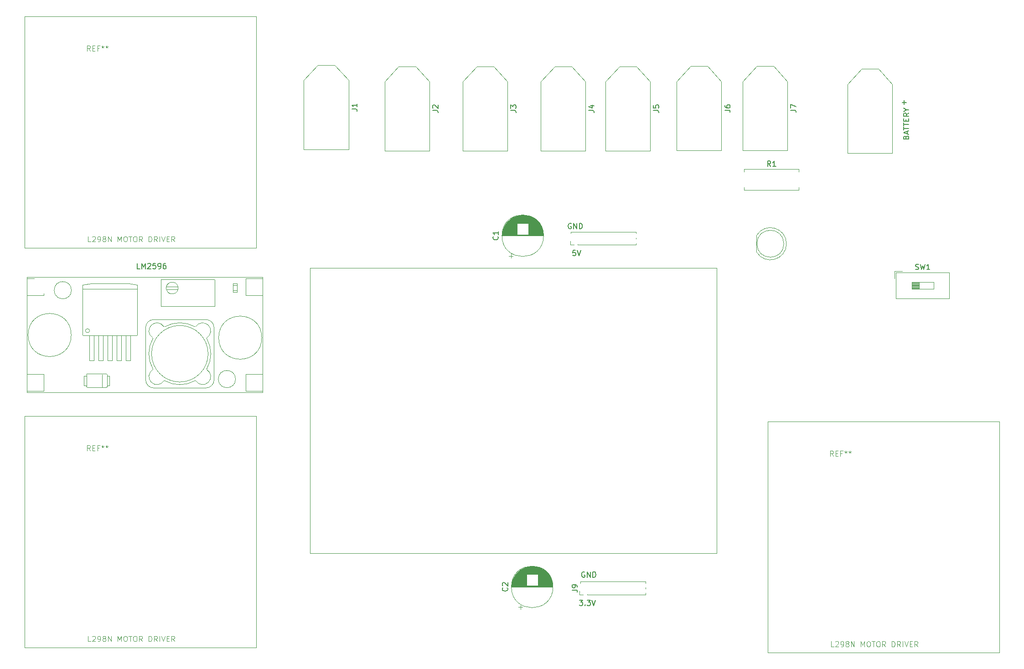
<source format=gbr>
%TF.GenerationSoftware,KiCad,Pcbnew,8.0.4*%
%TF.CreationDate,2025-03-28T09:25:27+01:00*%
%TF.ProjectId,final_agv_pdb,66696e61-6c5f-4616-9776-5f7064622e6b,rev?*%
%TF.SameCoordinates,Original*%
%TF.FileFunction,Legend,Top*%
%TF.FilePolarity,Positive*%
%FSLAX46Y46*%
G04 Gerber Fmt 4.6, Leading zero omitted, Abs format (unit mm)*
G04 Created by KiCad (PCBNEW 8.0.4) date 2025-03-28 09:25:27*
%MOMM*%
%LPD*%
G01*
G04 APERTURE LIST*
%ADD10C,0.150000*%
%ADD11C,0.100000*%
%ADD12C,0.120000*%
G04 APERTURE END LIST*
D10*
X178988095Y-140502438D02*
X178892857Y-140454819D01*
X178892857Y-140454819D02*
X178750000Y-140454819D01*
X178750000Y-140454819D02*
X178607143Y-140502438D01*
X178607143Y-140502438D02*
X178511905Y-140597676D01*
X178511905Y-140597676D02*
X178464286Y-140692914D01*
X178464286Y-140692914D02*
X178416667Y-140883390D01*
X178416667Y-140883390D02*
X178416667Y-141026247D01*
X178416667Y-141026247D02*
X178464286Y-141216723D01*
X178464286Y-141216723D02*
X178511905Y-141311961D01*
X178511905Y-141311961D02*
X178607143Y-141407200D01*
X178607143Y-141407200D02*
X178750000Y-141454819D01*
X178750000Y-141454819D02*
X178845238Y-141454819D01*
X178845238Y-141454819D02*
X178988095Y-141407200D01*
X178988095Y-141407200D02*
X179035714Y-141359580D01*
X179035714Y-141359580D02*
X179035714Y-141026247D01*
X179035714Y-141026247D02*
X178845238Y-141026247D01*
X179464286Y-141454819D02*
X179464286Y-140454819D01*
X179464286Y-140454819D02*
X180035714Y-141454819D01*
X180035714Y-141454819D02*
X180035714Y-140454819D01*
X180511905Y-141454819D02*
X180511905Y-140454819D01*
X180511905Y-140454819D02*
X180750000Y-140454819D01*
X180750000Y-140454819D02*
X180892857Y-140502438D01*
X180892857Y-140502438D02*
X180988095Y-140597676D01*
X180988095Y-140597676D02*
X181035714Y-140692914D01*
X181035714Y-140692914D02*
X181083333Y-140883390D01*
X181083333Y-140883390D02*
X181083333Y-141026247D01*
X181083333Y-141026247D02*
X181035714Y-141216723D01*
X181035714Y-141216723D02*
X180988095Y-141311961D01*
X180988095Y-141311961D02*
X180892857Y-141407200D01*
X180892857Y-141407200D02*
X180750000Y-141454819D01*
X180750000Y-141454819D02*
X180511905Y-141454819D01*
X176488095Y-75752438D02*
X176392857Y-75704819D01*
X176392857Y-75704819D02*
X176250000Y-75704819D01*
X176250000Y-75704819D02*
X176107143Y-75752438D01*
X176107143Y-75752438D02*
X176011905Y-75847676D01*
X176011905Y-75847676D02*
X175964286Y-75942914D01*
X175964286Y-75942914D02*
X175916667Y-76133390D01*
X175916667Y-76133390D02*
X175916667Y-76276247D01*
X175916667Y-76276247D02*
X175964286Y-76466723D01*
X175964286Y-76466723D02*
X176011905Y-76561961D01*
X176011905Y-76561961D02*
X176107143Y-76657200D01*
X176107143Y-76657200D02*
X176250000Y-76704819D01*
X176250000Y-76704819D02*
X176345238Y-76704819D01*
X176345238Y-76704819D02*
X176488095Y-76657200D01*
X176488095Y-76657200D02*
X176535714Y-76609580D01*
X176535714Y-76609580D02*
X176535714Y-76276247D01*
X176535714Y-76276247D02*
X176345238Y-76276247D01*
X176964286Y-76704819D02*
X176964286Y-75704819D01*
X176964286Y-75704819D02*
X177535714Y-76704819D01*
X177535714Y-76704819D02*
X177535714Y-75704819D01*
X178011905Y-76704819D02*
X178011905Y-75704819D01*
X178011905Y-75704819D02*
X178250000Y-75704819D01*
X178250000Y-75704819D02*
X178392857Y-75752438D01*
X178392857Y-75752438D02*
X178488095Y-75847676D01*
X178488095Y-75847676D02*
X178535714Y-75942914D01*
X178535714Y-75942914D02*
X178583333Y-76133390D01*
X178583333Y-76133390D02*
X178583333Y-76276247D01*
X178583333Y-76276247D02*
X178535714Y-76466723D01*
X178535714Y-76466723D02*
X178488095Y-76561961D01*
X178488095Y-76561961D02*
X178392857Y-76657200D01*
X178392857Y-76657200D02*
X178250000Y-76704819D01*
X178250000Y-76704819D02*
X178011905Y-76704819D01*
X178023810Y-145704819D02*
X178642857Y-145704819D01*
X178642857Y-145704819D02*
X178309524Y-146085771D01*
X178309524Y-146085771D02*
X178452381Y-146085771D01*
X178452381Y-146085771D02*
X178547619Y-146133390D01*
X178547619Y-146133390D02*
X178595238Y-146181009D01*
X178595238Y-146181009D02*
X178642857Y-146276247D01*
X178642857Y-146276247D02*
X178642857Y-146514342D01*
X178642857Y-146514342D02*
X178595238Y-146609580D01*
X178595238Y-146609580D02*
X178547619Y-146657200D01*
X178547619Y-146657200D02*
X178452381Y-146704819D01*
X178452381Y-146704819D02*
X178166667Y-146704819D01*
X178166667Y-146704819D02*
X178071429Y-146657200D01*
X178071429Y-146657200D02*
X178023810Y-146609580D01*
X179071429Y-146609580D02*
X179119048Y-146657200D01*
X179119048Y-146657200D02*
X179071429Y-146704819D01*
X179071429Y-146704819D02*
X179023810Y-146657200D01*
X179023810Y-146657200D02*
X179071429Y-146609580D01*
X179071429Y-146609580D02*
X179071429Y-146704819D01*
X179452381Y-145704819D02*
X180071428Y-145704819D01*
X180071428Y-145704819D02*
X179738095Y-146085771D01*
X179738095Y-146085771D02*
X179880952Y-146085771D01*
X179880952Y-146085771D02*
X179976190Y-146133390D01*
X179976190Y-146133390D02*
X180023809Y-146181009D01*
X180023809Y-146181009D02*
X180071428Y-146276247D01*
X180071428Y-146276247D02*
X180071428Y-146514342D01*
X180071428Y-146514342D02*
X180023809Y-146609580D01*
X180023809Y-146609580D02*
X179976190Y-146657200D01*
X179976190Y-146657200D02*
X179880952Y-146704819D01*
X179880952Y-146704819D02*
X179595238Y-146704819D01*
X179595238Y-146704819D02*
X179500000Y-146657200D01*
X179500000Y-146657200D02*
X179452381Y-146609580D01*
X180357143Y-145704819D02*
X180690476Y-146704819D01*
X180690476Y-146704819D02*
X181023809Y-145704819D01*
X217254819Y-54683333D02*
X217969104Y-54683333D01*
X217969104Y-54683333D02*
X218111961Y-54730952D01*
X218111961Y-54730952D02*
X218207200Y-54826190D01*
X218207200Y-54826190D02*
X218254819Y-54969047D01*
X218254819Y-54969047D02*
X218254819Y-55064285D01*
X217254819Y-54302380D02*
X217254819Y-53635714D01*
X217254819Y-53635714D02*
X218254819Y-54064285D01*
X205004819Y-54683333D02*
X205719104Y-54683333D01*
X205719104Y-54683333D02*
X205861961Y-54730952D01*
X205861961Y-54730952D02*
X205957200Y-54826190D01*
X205957200Y-54826190D02*
X206004819Y-54969047D01*
X206004819Y-54969047D02*
X206004819Y-55064285D01*
X205004819Y-53778571D02*
X205004819Y-53969047D01*
X205004819Y-53969047D02*
X205052438Y-54064285D01*
X205052438Y-54064285D02*
X205100057Y-54111904D01*
X205100057Y-54111904D02*
X205242914Y-54207142D01*
X205242914Y-54207142D02*
X205433390Y-54254761D01*
X205433390Y-54254761D02*
X205814342Y-54254761D01*
X205814342Y-54254761D02*
X205909580Y-54207142D01*
X205909580Y-54207142D02*
X205957200Y-54159523D01*
X205957200Y-54159523D02*
X206004819Y-54064285D01*
X206004819Y-54064285D02*
X206004819Y-53873809D01*
X206004819Y-53873809D02*
X205957200Y-53778571D01*
X205957200Y-53778571D02*
X205909580Y-53730952D01*
X205909580Y-53730952D02*
X205814342Y-53683333D01*
X205814342Y-53683333D02*
X205576247Y-53683333D01*
X205576247Y-53683333D02*
X205481009Y-53730952D01*
X205481009Y-53730952D02*
X205433390Y-53778571D01*
X205433390Y-53778571D02*
X205385771Y-53873809D01*
X205385771Y-53873809D02*
X205385771Y-54064285D01*
X205385771Y-54064285D02*
X205433390Y-54159523D01*
X205433390Y-54159523D02*
X205481009Y-54207142D01*
X205481009Y-54207142D02*
X205576247Y-54254761D01*
X191754819Y-54733333D02*
X192469104Y-54733333D01*
X192469104Y-54733333D02*
X192611961Y-54780952D01*
X192611961Y-54780952D02*
X192707200Y-54876190D01*
X192707200Y-54876190D02*
X192754819Y-55019047D01*
X192754819Y-55019047D02*
X192754819Y-55114285D01*
X191754819Y-53780952D02*
X191754819Y-54257142D01*
X191754819Y-54257142D02*
X192231009Y-54304761D01*
X192231009Y-54304761D02*
X192183390Y-54257142D01*
X192183390Y-54257142D02*
X192135771Y-54161904D01*
X192135771Y-54161904D02*
X192135771Y-53923809D01*
X192135771Y-53923809D02*
X192183390Y-53828571D01*
X192183390Y-53828571D02*
X192231009Y-53780952D01*
X192231009Y-53780952D02*
X192326247Y-53733333D01*
X192326247Y-53733333D02*
X192564342Y-53733333D01*
X192564342Y-53733333D02*
X192659580Y-53780952D01*
X192659580Y-53780952D02*
X192707200Y-53828571D01*
X192707200Y-53828571D02*
X192754819Y-53923809D01*
X192754819Y-53923809D02*
X192754819Y-54161904D01*
X192754819Y-54161904D02*
X192707200Y-54257142D01*
X192707200Y-54257142D02*
X192659580Y-54304761D01*
X179754819Y-54733333D02*
X180469104Y-54733333D01*
X180469104Y-54733333D02*
X180611961Y-54780952D01*
X180611961Y-54780952D02*
X180707200Y-54876190D01*
X180707200Y-54876190D02*
X180754819Y-55019047D01*
X180754819Y-55019047D02*
X180754819Y-55114285D01*
X180088152Y-53828571D02*
X180754819Y-53828571D01*
X179707200Y-54066666D02*
X180421485Y-54304761D01*
X180421485Y-54304761D02*
X180421485Y-53685714D01*
X165254819Y-54733333D02*
X165969104Y-54733333D01*
X165969104Y-54733333D02*
X166111961Y-54780952D01*
X166111961Y-54780952D02*
X166207200Y-54876190D01*
X166207200Y-54876190D02*
X166254819Y-55019047D01*
X166254819Y-55019047D02*
X166254819Y-55114285D01*
X165254819Y-54352380D02*
X165254819Y-53733333D01*
X165254819Y-53733333D02*
X165635771Y-54066666D01*
X165635771Y-54066666D02*
X165635771Y-53923809D01*
X165635771Y-53923809D02*
X165683390Y-53828571D01*
X165683390Y-53828571D02*
X165731009Y-53780952D01*
X165731009Y-53780952D02*
X165826247Y-53733333D01*
X165826247Y-53733333D02*
X166064342Y-53733333D01*
X166064342Y-53733333D02*
X166159580Y-53780952D01*
X166159580Y-53780952D02*
X166207200Y-53828571D01*
X166207200Y-53828571D02*
X166254819Y-53923809D01*
X166254819Y-53923809D02*
X166254819Y-54209523D01*
X166254819Y-54209523D02*
X166207200Y-54304761D01*
X166207200Y-54304761D02*
X166159580Y-54352380D01*
X150754819Y-54733333D02*
X151469104Y-54733333D01*
X151469104Y-54733333D02*
X151611961Y-54780952D01*
X151611961Y-54780952D02*
X151707200Y-54876190D01*
X151707200Y-54876190D02*
X151754819Y-55019047D01*
X151754819Y-55019047D02*
X151754819Y-55114285D01*
X150850057Y-54304761D02*
X150802438Y-54257142D01*
X150802438Y-54257142D02*
X150754819Y-54161904D01*
X150754819Y-54161904D02*
X150754819Y-53923809D01*
X150754819Y-53923809D02*
X150802438Y-53828571D01*
X150802438Y-53828571D02*
X150850057Y-53780952D01*
X150850057Y-53780952D02*
X150945295Y-53733333D01*
X150945295Y-53733333D02*
X151040533Y-53733333D01*
X151040533Y-53733333D02*
X151183390Y-53780952D01*
X151183390Y-53780952D02*
X151754819Y-54352380D01*
X151754819Y-54352380D02*
X151754819Y-53733333D01*
X135754819Y-54483333D02*
X136469104Y-54483333D01*
X136469104Y-54483333D02*
X136611961Y-54530952D01*
X136611961Y-54530952D02*
X136707200Y-54626190D01*
X136707200Y-54626190D02*
X136754819Y-54769047D01*
X136754819Y-54769047D02*
X136754819Y-54864285D01*
X136754819Y-53483333D02*
X136754819Y-54054761D01*
X136754819Y-53769047D02*
X135754819Y-53769047D01*
X135754819Y-53769047D02*
X135897676Y-53864285D01*
X135897676Y-53864285D02*
X135992914Y-53959523D01*
X135992914Y-53959523D02*
X136040533Y-54054761D01*
X213543333Y-65124819D02*
X213210000Y-64648628D01*
X212971905Y-65124819D02*
X212971905Y-64124819D01*
X212971905Y-64124819D02*
X213352857Y-64124819D01*
X213352857Y-64124819D02*
X213448095Y-64172438D01*
X213448095Y-64172438D02*
X213495714Y-64220057D01*
X213495714Y-64220057D02*
X213543333Y-64315295D01*
X213543333Y-64315295D02*
X213543333Y-64458152D01*
X213543333Y-64458152D02*
X213495714Y-64553390D01*
X213495714Y-64553390D02*
X213448095Y-64601009D01*
X213448095Y-64601009D02*
X213352857Y-64648628D01*
X213352857Y-64648628D02*
X212971905Y-64648628D01*
X214495714Y-65124819D02*
X213924286Y-65124819D01*
X214210000Y-65124819D02*
X214210000Y-64124819D01*
X214210000Y-64124819D02*
X214114762Y-64267676D01*
X214114762Y-64267676D02*
X214019524Y-64362914D01*
X214019524Y-64362914D02*
X213924286Y-64410533D01*
X240431667Y-84237200D02*
X240574524Y-84284819D01*
X240574524Y-84284819D02*
X240812619Y-84284819D01*
X240812619Y-84284819D02*
X240907857Y-84237200D01*
X240907857Y-84237200D02*
X240955476Y-84189580D01*
X240955476Y-84189580D02*
X241003095Y-84094342D01*
X241003095Y-84094342D02*
X241003095Y-83999104D01*
X241003095Y-83999104D02*
X240955476Y-83903866D01*
X240955476Y-83903866D02*
X240907857Y-83856247D01*
X240907857Y-83856247D02*
X240812619Y-83808628D01*
X240812619Y-83808628D02*
X240622143Y-83761009D01*
X240622143Y-83761009D02*
X240526905Y-83713390D01*
X240526905Y-83713390D02*
X240479286Y-83665771D01*
X240479286Y-83665771D02*
X240431667Y-83570533D01*
X240431667Y-83570533D02*
X240431667Y-83475295D01*
X240431667Y-83475295D02*
X240479286Y-83380057D01*
X240479286Y-83380057D02*
X240526905Y-83332438D01*
X240526905Y-83332438D02*
X240622143Y-83284819D01*
X240622143Y-83284819D02*
X240860238Y-83284819D01*
X240860238Y-83284819D02*
X241003095Y-83332438D01*
X241336429Y-83284819D02*
X241574524Y-84284819D01*
X241574524Y-84284819D02*
X241765000Y-83570533D01*
X241765000Y-83570533D02*
X241955476Y-84284819D01*
X241955476Y-84284819D02*
X242193572Y-83284819D01*
X243098333Y-84284819D02*
X242526905Y-84284819D01*
X242812619Y-84284819D02*
X242812619Y-83284819D01*
X242812619Y-83284819D02*
X242717381Y-83427676D01*
X242717381Y-83427676D02*
X242622143Y-83522914D01*
X242622143Y-83522914D02*
X242526905Y-83570533D01*
X162859580Y-78166666D02*
X162907200Y-78214285D01*
X162907200Y-78214285D02*
X162954819Y-78357142D01*
X162954819Y-78357142D02*
X162954819Y-78452380D01*
X162954819Y-78452380D02*
X162907200Y-78595237D01*
X162907200Y-78595237D02*
X162811961Y-78690475D01*
X162811961Y-78690475D02*
X162716723Y-78738094D01*
X162716723Y-78738094D02*
X162526247Y-78785713D01*
X162526247Y-78785713D02*
X162383390Y-78785713D01*
X162383390Y-78785713D02*
X162192914Y-78738094D01*
X162192914Y-78738094D02*
X162097676Y-78690475D01*
X162097676Y-78690475D02*
X162002438Y-78595237D01*
X162002438Y-78595237D02*
X161954819Y-78452380D01*
X161954819Y-78452380D02*
X161954819Y-78357142D01*
X161954819Y-78357142D02*
X162002438Y-78214285D01*
X162002438Y-78214285D02*
X162050057Y-78166666D01*
X162954819Y-77214285D02*
X162954819Y-77785713D01*
X162954819Y-77499999D02*
X161954819Y-77499999D01*
X161954819Y-77499999D02*
X162097676Y-77595237D01*
X162097676Y-77595237D02*
X162192914Y-77690475D01*
X162192914Y-77690475D02*
X162240533Y-77785713D01*
X96423333Y-84144819D02*
X95947143Y-84144819D01*
X95947143Y-84144819D02*
X95947143Y-83144819D01*
X96756667Y-84144819D02*
X96756667Y-83144819D01*
X96756667Y-83144819D02*
X97090000Y-83859104D01*
X97090000Y-83859104D02*
X97423333Y-83144819D01*
X97423333Y-83144819D02*
X97423333Y-84144819D01*
X97851905Y-83240057D02*
X97899524Y-83192438D01*
X97899524Y-83192438D02*
X97994762Y-83144819D01*
X97994762Y-83144819D02*
X98232857Y-83144819D01*
X98232857Y-83144819D02*
X98328095Y-83192438D01*
X98328095Y-83192438D02*
X98375714Y-83240057D01*
X98375714Y-83240057D02*
X98423333Y-83335295D01*
X98423333Y-83335295D02*
X98423333Y-83430533D01*
X98423333Y-83430533D02*
X98375714Y-83573390D01*
X98375714Y-83573390D02*
X97804286Y-84144819D01*
X97804286Y-84144819D02*
X98423333Y-84144819D01*
X99328095Y-83144819D02*
X98851905Y-83144819D01*
X98851905Y-83144819D02*
X98804286Y-83621009D01*
X98804286Y-83621009D02*
X98851905Y-83573390D01*
X98851905Y-83573390D02*
X98947143Y-83525771D01*
X98947143Y-83525771D02*
X99185238Y-83525771D01*
X99185238Y-83525771D02*
X99280476Y-83573390D01*
X99280476Y-83573390D02*
X99328095Y-83621009D01*
X99328095Y-83621009D02*
X99375714Y-83716247D01*
X99375714Y-83716247D02*
X99375714Y-83954342D01*
X99375714Y-83954342D02*
X99328095Y-84049580D01*
X99328095Y-84049580D02*
X99280476Y-84097200D01*
X99280476Y-84097200D02*
X99185238Y-84144819D01*
X99185238Y-84144819D02*
X98947143Y-84144819D01*
X98947143Y-84144819D02*
X98851905Y-84097200D01*
X98851905Y-84097200D02*
X98804286Y-84049580D01*
X99851905Y-84144819D02*
X100042381Y-84144819D01*
X100042381Y-84144819D02*
X100137619Y-84097200D01*
X100137619Y-84097200D02*
X100185238Y-84049580D01*
X100185238Y-84049580D02*
X100280476Y-83906723D01*
X100280476Y-83906723D02*
X100328095Y-83716247D01*
X100328095Y-83716247D02*
X100328095Y-83335295D01*
X100328095Y-83335295D02*
X100280476Y-83240057D01*
X100280476Y-83240057D02*
X100232857Y-83192438D01*
X100232857Y-83192438D02*
X100137619Y-83144819D01*
X100137619Y-83144819D02*
X99947143Y-83144819D01*
X99947143Y-83144819D02*
X99851905Y-83192438D01*
X99851905Y-83192438D02*
X99804286Y-83240057D01*
X99804286Y-83240057D02*
X99756667Y-83335295D01*
X99756667Y-83335295D02*
X99756667Y-83573390D01*
X99756667Y-83573390D02*
X99804286Y-83668628D01*
X99804286Y-83668628D02*
X99851905Y-83716247D01*
X99851905Y-83716247D02*
X99947143Y-83763866D01*
X99947143Y-83763866D02*
X100137619Y-83763866D01*
X100137619Y-83763866D02*
X100232857Y-83716247D01*
X100232857Y-83716247D02*
X100280476Y-83668628D01*
X100280476Y-83668628D02*
X100328095Y-83573390D01*
X101185238Y-83144819D02*
X100994762Y-83144819D01*
X100994762Y-83144819D02*
X100899524Y-83192438D01*
X100899524Y-83192438D02*
X100851905Y-83240057D01*
X100851905Y-83240057D02*
X100756667Y-83382914D01*
X100756667Y-83382914D02*
X100709048Y-83573390D01*
X100709048Y-83573390D02*
X100709048Y-83954342D01*
X100709048Y-83954342D02*
X100756667Y-84049580D01*
X100756667Y-84049580D02*
X100804286Y-84097200D01*
X100804286Y-84097200D02*
X100899524Y-84144819D01*
X100899524Y-84144819D02*
X101090000Y-84144819D01*
X101090000Y-84144819D02*
X101185238Y-84097200D01*
X101185238Y-84097200D02*
X101232857Y-84049580D01*
X101232857Y-84049580D02*
X101280476Y-83954342D01*
X101280476Y-83954342D02*
X101280476Y-83716247D01*
X101280476Y-83716247D02*
X101232857Y-83621009D01*
X101232857Y-83621009D02*
X101185238Y-83573390D01*
X101185238Y-83573390D02*
X101090000Y-83525771D01*
X101090000Y-83525771D02*
X100899524Y-83525771D01*
X100899524Y-83525771D02*
X100804286Y-83573390D01*
X100804286Y-83573390D02*
X100756667Y-83621009D01*
X100756667Y-83621009D02*
X100709048Y-83716247D01*
X176644819Y-143833333D02*
X177359104Y-143833333D01*
X177359104Y-143833333D02*
X177501961Y-143880952D01*
X177501961Y-143880952D02*
X177597200Y-143976190D01*
X177597200Y-143976190D02*
X177644819Y-144119047D01*
X177644819Y-144119047D02*
X177644819Y-144214285D01*
X177644819Y-143309523D02*
X177644819Y-143119047D01*
X177644819Y-143119047D02*
X177597200Y-143023809D01*
X177597200Y-143023809D02*
X177549580Y-142976190D01*
X177549580Y-142976190D02*
X177406723Y-142880952D01*
X177406723Y-142880952D02*
X177216247Y-142833333D01*
X177216247Y-142833333D02*
X176835295Y-142833333D01*
X176835295Y-142833333D02*
X176740057Y-142880952D01*
X176740057Y-142880952D02*
X176692438Y-142928571D01*
X176692438Y-142928571D02*
X176644819Y-143023809D01*
X176644819Y-143023809D02*
X176644819Y-143214285D01*
X176644819Y-143214285D02*
X176692438Y-143309523D01*
X176692438Y-143309523D02*
X176740057Y-143357142D01*
X176740057Y-143357142D02*
X176835295Y-143404761D01*
X176835295Y-143404761D02*
X177073390Y-143404761D01*
X177073390Y-143404761D02*
X177168628Y-143357142D01*
X177168628Y-143357142D02*
X177216247Y-143309523D01*
X177216247Y-143309523D02*
X177263866Y-143214285D01*
X177263866Y-143214285D02*
X177263866Y-143023809D01*
X177263866Y-143023809D02*
X177216247Y-142928571D01*
X177216247Y-142928571D02*
X177168628Y-142880952D01*
X177168628Y-142880952D02*
X177073390Y-142833333D01*
D11*
X225166666Y-118957419D02*
X224833333Y-118481228D01*
X224595238Y-118957419D02*
X224595238Y-117957419D01*
X224595238Y-117957419D02*
X224976190Y-117957419D01*
X224976190Y-117957419D02*
X225071428Y-118005038D01*
X225071428Y-118005038D02*
X225119047Y-118052657D01*
X225119047Y-118052657D02*
X225166666Y-118147895D01*
X225166666Y-118147895D02*
X225166666Y-118290752D01*
X225166666Y-118290752D02*
X225119047Y-118385990D01*
X225119047Y-118385990D02*
X225071428Y-118433609D01*
X225071428Y-118433609D02*
X224976190Y-118481228D01*
X224976190Y-118481228D02*
X224595238Y-118481228D01*
X225595238Y-118433609D02*
X225928571Y-118433609D01*
X226071428Y-118957419D02*
X225595238Y-118957419D01*
X225595238Y-118957419D02*
X225595238Y-117957419D01*
X225595238Y-117957419D02*
X226071428Y-117957419D01*
X226833333Y-118433609D02*
X226500000Y-118433609D01*
X226500000Y-118957419D02*
X226500000Y-117957419D01*
X226500000Y-117957419D02*
X226976190Y-117957419D01*
X227500000Y-117957419D02*
X227500000Y-118195514D01*
X227261905Y-118100276D02*
X227500000Y-118195514D01*
X227500000Y-118195514D02*
X227738095Y-118100276D01*
X227357143Y-118385990D02*
X227500000Y-118195514D01*
X227500000Y-118195514D02*
X227642857Y-118385990D01*
X228261905Y-117957419D02*
X228261905Y-118195514D01*
X228023810Y-118100276D02*
X228261905Y-118195514D01*
X228261905Y-118195514D02*
X228500000Y-118100276D01*
X228119048Y-118385990D02*
X228261905Y-118195514D01*
X228261905Y-118195514D02*
X228404762Y-118385990D01*
X225280074Y-154372419D02*
X224803884Y-154372419D01*
X224803884Y-154372419D02*
X224803884Y-153372419D01*
X225565789Y-153467657D02*
X225613408Y-153420038D01*
X225613408Y-153420038D02*
X225708646Y-153372419D01*
X225708646Y-153372419D02*
X225946741Y-153372419D01*
X225946741Y-153372419D02*
X226041979Y-153420038D01*
X226041979Y-153420038D02*
X226089598Y-153467657D01*
X226089598Y-153467657D02*
X226137217Y-153562895D01*
X226137217Y-153562895D02*
X226137217Y-153658133D01*
X226137217Y-153658133D02*
X226089598Y-153800990D01*
X226089598Y-153800990D02*
X225518170Y-154372419D01*
X225518170Y-154372419D02*
X226137217Y-154372419D01*
X226613408Y-154372419D02*
X226803884Y-154372419D01*
X226803884Y-154372419D02*
X226899122Y-154324800D01*
X226899122Y-154324800D02*
X226946741Y-154277180D01*
X226946741Y-154277180D02*
X227041979Y-154134323D01*
X227041979Y-154134323D02*
X227089598Y-153943847D01*
X227089598Y-153943847D02*
X227089598Y-153562895D01*
X227089598Y-153562895D02*
X227041979Y-153467657D01*
X227041979Y-153467657D02*
X226994360Y-153420038D01*
X226994360Y-153420038D02*
X226899122Y-153372419D01*
X226899122Y-153372419D02*
X226708646Y-153372419D01*
X226708646Y-153372419D02*
X226613408Y-153420038D01*
X226613408Y-153420038D02*
X226565789Y-153467657D01*
X226565789Y-153467657D02*
X226518170Y-153562895D01*
X226518170Y-153562895D02*
X226518170Y-153800990D01*
X226518170Y-153800990D02*
X226565789Y-153896228D01*
X226565789Y-153896228D02*
X226613408Y-153943847D01*
X226613408Y-153943847D02*
X226708646Y-153991466D01*
X226708646Y-153991466D02*
X226899122Y-153991466D01*
X226899122Y-153991466D02*
X226994360Y-153943847D01*
X226994360Y-153943847D02*
X227041979Y-153896228D01*
X227041979Y-153896228D02*
X227089598Y-153800990D01*
X227661027Y-153800990D02*
X227565789Y-153753371D01*
X227565789Y-153753371D02*
X227518170Y-153705752D01*
X227518170Y-153705752D02*
X227470551Y-153610514D01*
X227470551Y-153610514D02*
X227470551Y-153562895D01*
X227470551Y-153562895D02*
X227518170Y-153467657D01*
X227518170Y-153467657D02*
X227565789Y-153420038D01*
X227565789Y-153420038D02*
X227661027Y-153372419D01*
X227661027Y-153372419D02*
X227851503Y-153372419D01*
X227851503Y-153372419D02*
X227946741Y-153420038D01*
X227946741Y-153420038D02*
X227994360Y-153467657D01*
X227994360Y-153467657D02*
X228041979Y-153562895D01*
X228041979Y-153562895D02*
X228041979Y-153610514D01*
X228041979Y-153610514D02*
X227994360Y-153705752D01*
X227994360Y-153705752D02*
X227946741Y-153753371D01*
X227946741Y-153753371D02*
X227851503Y-153800990D01*
X227851503Y-153800990D02*
X227661027Y-153800990D01*
X227661027Y-153800990D02*
X227565789Y-153848609D01*
X227565789Y-153848609D02*
X227518170Y-153896228D01*
X227518170Y-153896228D02*
X227470551Y-153991466D01*
X227470551Y-153991466D02*
X227470551Y-154181942D01*
X227470551Y-154181942D02*
X227518170Y-154277180D01*
X227518170Y-154277180D02*
X227565789Y-154324800D01*
X227565789Y-154324800D02*
X227661027Y-154372419D01*
X227661027Y-154372419D02*
X227851503Y-154372419D01*
X227851503Y-154372419D02*
X227946741Y-154324800D01*
X227946741Y-154324800D02*
X227994360Y-154277180D01*
X227994360Y-154277180D02*
X228041979Y-154181942D01*
X228041979Y-154181942D02*
X228041979Y-153991466D01*
X228041979Y-153991466D02*
X227994360Y-153896228D01*
X227994360Y-153896228D02*
X227946741Y-153848609D01*
X227946741Y-153848609D02*
X227851503Y-153800990D01*
X228470551Y-154372419D02*
X228470551Y-153372419D01*
X228470551Y-153372419D02*
X229041979Y-154372419D01*
X229041979Y-154372419D02*
X229041979Y-153372419D01*
X230280075Y-154372419D02*
X230280075Y-153372419D01*
X230280075Y-153372419D02*
X230613408Y-154086704D01*
X230613408Y-154086704D02*
X230946741Y-153372419D01*
X230946741Y-153372419D02*
X230946741Y-154372419D01*
X231613408Y-153372419D02*
X231803884Y-153372419D01*
X231803884Y-153372419D02*
X231899122Y-153420038D01*
X231899122Y-153420038D02*
X231994360Y-153515276D01*
X231994360Y-153515276D02*
X232041979Y-153705752D01*
X232041979Y-153705752D02*
X232041979Y-154039085D01*
X232041979Y-154039085D02*
X231994360Y-154229561D01*
X231994360Y-154229561D02*
X231899122Y-154324800D01*
X231899122Y-154324800D02*
X231803884Y-154372419D01*
X231803884Y-154372419D02*
X231613408Y-154372419D01*
X231613408Y-154372419D02*
X231518170Y-154324800D01*
X231518170Y-154324800D02*
X231422932Y-154229561D01*
X231422932Y-154229561D02*
X231375313Y-154039085D01*
X231375313Y-154039085D02*
X231375313Y-153705752D01*
X231375313Y-153705752D02*
X231422932Y-153515276D01*
X231422932Y-153515276D02*
X231518170Y-153420038D01*
X231518170Y-153420038D02*
X231613408Y-153372419D01*
X232327694Y-153372419D02*
X232899122Y-153372419D01*
X232613408Y-154372419D02*
X232613408Y-153372419D01*
X233422932Y-153372419D02*
X233613408Y-153372419D01*
X233613408Y-153372419D02*
X233708646Y-153420038D01*
X233708646Y-153420038D02*
X233803884Y-153515276D01*
X233803884Y-153515276D02*
X233851503Y-153705752D01*
X233851503Y-153705752D02*
X233851503Y-154039085D01*
X233851503Y-154039085D02*
X233803884Y-154229561D01*
X233803884Y-154229561D02*
X233708646Y-154324800D01*
X233708646Y-154324800D02*
X233613408Y-154372419D01*
X233613408Y-154372419D02*
X233422932Y-154372419D01*
X233422932Y-154372419D02*
X233327694Y-154324800D01*
X233327694Y-154324800D02*
X233232456Y-154229561D01*
X233232456Y-154229561D02*
X233184837Y-154039085D01*
X233184837Y-154039085D02*
X233184837Y-153705752D01*
X233184837Y-153705752D02*
X233232456Y-153515276D01*
X233232456Y-153515276D02*
X233327694Y-153420038D01*
X233327694Y-153420038D02*
X233422932Y-153372419D01*
X234851503Y-154372419D02*
X234518170Y-153896228D01*
X234280075Y-154372419D02*
X234280075Y-153372419D01*
X234280075Y-153372419D02*
X234661027Y-153372419D01*
X234661027Y-153372419D02*
X234756265Y-153420038D01*
X234756265Y-153420038D02*
X234803884Y-153467657D01*
X234803884Y-153467657D02*
X234851503Y-153562895D01*
X234851503Y-153562895D02*
X234851503Y-153705752D01*
X234851503Y-153705752D02*
X234803884Y-153800990D01*
X234803884Y-153800990D02*
X234756265Y-153848609D01*
X234756265Y-153848609D02*
X234661027Y-153896228D01*
X234661027Y-153896228D02*
X234280075Y-153896228D01*
X236041980Y-154372419D02*
X236041980Y-153372419D01*
X236041980Y-153372419D02*
X236280075Y-153372419D01*
X236280075Y-153372419D02*
X236422932Y-153420038D01*
X236422932Y-153420038D02*
X236518170Y-153515276D01*
X236518170Y-153515276D02*
X236565789Y-153610514D01*
X236565789Y-153610514D02*
X236613408Y-153800990D01*
X236613408Y-153800990D02*
X236613408Y-153943847D01*
X236613408Y-153943847D02*
X236565789Y-154134323D01*
X236565789Y-154134323D02*
X236518170Y-154229561D01*
X236518170Y-154229561D02*
X236422932Y-154324800D01*
X236422932Y-154324800D02*
X236280075Y-154372419D01*
X236280075Y-154372419D02*
X236041980Y-154372419D01*
X237613408Y-154372419D02*
X237280075Y-153896228D01*
X237041980Y-154372419D02*
X237041980Y-153372419D01*
X237041980Y-153372419D02*
X237422932Y-153372419D01*
X237422932Y-153372419D02*
X237518170Y-153420038D01*
X237518170Y-153420038D02*
X237565789Y-153467657D01*
X237565789Y-153467657D02*
X237613408Y-153562895D01*
X237613408Y-153562895D02*
X237613408Y-153705752D01*
X237613408Y-153705752D02*
X237565789Y-153800990D01*
X237565789Y-153800990D02*
X237518170Y-153848609D01*
X237518170Y-153848609D02*
X237422932Y-153896228D01*
X237422932Y-153896228D02*
X237041980Y-153896228D01*
X238041980Y-154372419D02*
X238041980Y-153372419D01*
X238375313Y-153372419D02*
X238708646Y-154372419D01*
X238708646Y-154372419D02*
X239041979Y-153372419D01*
X239375313Y-153848609D02*
X239708646Y-153848609D01*
X239851503Y-154372419D02*
X239375313Y-154372419D01*
X239375313Y-154372419D02*
X239375313Y-153372419D01*
X239375313Y-153372419D02*
X239851503Y-153372419D01*
X240851503Y-154372419D02*
X240518170Y-153896228D01*
X240280075Y-154372419D02*
X240280075Y-153372419D01*
X240280075Y-153372419D02*
X240661027Y-153372419D01*
X240661027Y-153372419D02*
X240756265Y-153420038D01*
X240756265Y-153420038D02*
X240803884Y-153467657D01*
X240803884Y-153467657D02*
X240851503Y-153562895D01*
X240851503Y-153562895D02*
X240851503Y-153705752D01*
X240851503Y-153705752D02*
X240803884Y-153800990D01*
X240803884Y-153800990D02*
X240756265Y-153848609D01*
X240756265Y-153848609D02*
X240661027Y-153896228D01*
X240661027Y-153896228D02*
X240280075Y-153896228D01*
D10*
X164609580Y-143416666D02*
X164657200Y-143464285D01*
X164657200Y-143464285D02*
X164704819Y-143607142D01*
X164704819Y-143607142D02*
X164704819Y-143702380D01*
X164704819Y-143702380D02*
X164657200Y-143845237D01*
X164657200Y-143845237D02*
X164561961Y-143940475D01*
X164561961Y-143940475D02*
X164466723Y-143988094D01*
X164466723Y-143988094D02*
X164276247Y-144035713D01*
X164276247Y-144035713D02*
X164133390Y-144035713D01*
X164133390Y-144035713D02*
X163942914Y-143988094D01*
X163942914Y-143988094D02*
X163847676Y-143940475D01*
X163847676Y-143940475D02*
X163752438Y-143845237D01*
X163752438Y-143845237D02*
X163704819Y-143702380D01*
X163704819Y-143702380D02*
X163704819Y-143607142D01*
X163704819Y-143607142D02*
X163752438Y-143464285D01*
X163752438Y-143464285D02*
X163800057Y-143416666D01*
X163800057Y-143035713D02*
X163752438Y-142988094D01*
X163752438Y-142988094D02*
X163704819Y-142892856D01*
X163704819Y-142892856D02*
X163704819Y-142654761D01*
X163704819Y-142654761D02*
X163752438Y-142559523D01*
X163752438Y-142559523D02*
X163800057Y-142511904D01*
X163800057Y-142511904D02*
X163895295Y-142464285D01*
X163895295Y-142464285D02*
X163990533Y-142464285D01*
X163990533Y-142464285D02*
X164133390Y-142511904D01*
X164133390Y-142511904D02*
X164704819Y-143083332D01*
X164704819Y-143083332D02*
X164704819Y-142464285D01*
D11*
X87166666Y-117957419D02*
X86833333Y-117481228D01*
X86595238Y-117957419D02*
X86595238Y-116957419D01*
X86595238Y-116957419D02*
X86976190Y-116957419D01*
X86976190Y-116957419D02*
X87071428Y-117005038D01*
X87071428Y-117005038D02*
X87119047Y-117052657D01*
X87119047Y-117052657D02*
X87166666Y-117147895D01*
X87166666Y-117147895D02*
X87166666Y-117290752D01*
X87166666Y-117290752D02*
X87119047Y-117385990D01*
X87119047Y-117385990D02*
X87071428Y-117433609D01*
X87071428Y-117433609D02*
X86976190Y-117481228D01*
X86976190Y-117481228D02*
X86595238Y-117481228D01*
X87595238Y-117433609D02*
X87928571Y-117433609D01*
X88071428Y-117957419D02*
X87595238Y-117957419D01*
X87595238Y-117957419D02*
X87595238Y-116957419D01*
X87595238Y-116957419D02*
X88071428Y-116957419D01*
X88833333Y-117433609D02*
X88500000Y-117433609D01*
X88500000Y-117957419D02*
X88500000Y-116957419D01*
X88500000Y-116957419D02*
X88976190Y-116957419D01*
X89500000Y-116957419D02*
X89500000Y-117195514D01*
X89261905Y-117100276D02*
X89500000Y-117195514D01*
X89500000Y-117195514D02*
X89738095Y-117100276D01*
X89357143Y-117385990D02*
X89500000Y-117195514D01*
X89500000Y-117195514D02*
X89642857Y-117385990D01*
X90261905Y-116957419D02*
X90261905Y-117195514D01*
X90023810Y-117100276D02*
X90261905Y-117195514D01*
X90261905Y-117195514D02*
X90500000Y-117100276D01*
X90119048Y-117385990D02*
X90261905Y-117195514D01*
X90261905Y-117195514D02*
X90404762Y-117385990D01*
X87280074Y-153372419D02*
X86803884Y-153372419D01*
X86803884Y-153372419D02*
X86803884Y-152372419D01*
X87565789Y-152467657D02*
X87613408Y-152420038D01*
X87613408Y-152420038D02*
X87708646Y-152372419D01*
X87708646Y-152372419D02*
X87946741Y-152372419D01*
X87946741Y-152372419D02*
X88041979Y-152420038D01*
X88041979Y-152420038D02*
X88089598Y-152467657D01*
X88089598Y-152467657D02*
X88137217Y-152562895D01*
X88137217Y-152562895D02*
X88137217Y-152658133D01*
X88137217Y-152658133D02*
X88089598Y-152800990D01*
X88089598Y-152800990D02*
X87518170Y-153372419D01*
X87518170Y-153372419D02*
X88137217Y-153372419D01*
X88613408Y-153372419D02*
X88803884Y-153372419D01*
X88803884Y-153372419D02*
X88899122Y-153324800D01*
X88899122Y-153324800D02*
X88946741Y-153277180D01*
X88946741Y-153277180D02*
X89041979Y-153134323D01*
X89041979Y-153134323D02*
X89089598Y-152943847D01*
X89089598Y-152943847D02*
X89089598Y-152562895D01*
X89089598Y-152562895D02*
X89041979Y-152467657D01*
X89041979Y-152467657D02*
X88994360Y-152420038D01*
X88994360Y-152420038D02*
X88899122Y-152372419D01*
X88899122Y-152372419D02*
X88708646Y-152372419D01*
X88708646Y-152372419D02*
X88613408Y-152420038D01*
X88613408Y-152420038D02*
X88565789Y-152467657D01*
X88565789Y-152467657D02*
X88518170Y-152562895D01*
X88518170Y-152562895D02*
X88518170Y-152800990D01*
X88518170Y-152800990D02*
X88565789Y-152896228D01*
X88565789Y-152896228D02*
X88613408Y-152943847D01*
X88613408Y-152943847D02*
X88708646Y-152991466D01*
X88708646Y-152991466D02*
X88899122Y-152991466D01*
X88899122Y-152991466D02*
X88994360Y-152943847D01*
X88994360Y-152943847D02*
X89041979Y-152896228D01*
X89041979Y-152896228D02*
X89089598Y-152800990D01*
X89661027Y-152800990D02*
X89565789Y-152753371D01*
X89565789Y-152753371D02*
X89518170Y-152705752D01*
X89518170Y-152705752D02*
X89470551Y-152610514D01*
X89470551Y-152610514D02*
X89470551Y-152562895D01*
X89470551Y-152562895D02*
X89518170Y-152467657D01*
X89518170Y-152467657D02*
X89565789Y-152420038D01*
X89565789Y-152420038D02*
X89661027Y-152372419D01*
X89661027Y-152372419D02*
X89851503Y-152372419D01*
X89851503Y-152372419D02*
X89946741Y-152420038D01*
X89946741Y-152420038D02*
X89994360Y-152467657D01*
X89994360Y-152467657D02*
X90041979Y-152562895D01*
X90041979Y-152562895D02*
X90041979Y-152610514D01*
X90041979Y-152610514D02*
X89994360Y-152705752D01*
X89994360Y-152705752D02*
X89946741Y-152753371D01*
X89946741Y-152753371D02*
X89851503Y-152800990D01*
X89851503Y-152800990D02*
X89661027Y-152800990D01*
X89661027Y-152800990D02*
X89565789Y-152848609D01*
X89565789Y-152848609D02*
X89518170Y-152896228D01*
X89518170Y-152896228D02*
X89470551Y-152991466D01*
X89470551Y-152991466D02*
X89470551Y-153181942D01*
X89470551Y-153181942D02*
X89518170Y-153277180D01*
X89518170Y-153277180D02*
X89565789Y-153324800D01*
X89565789Y-153324800D02*
X89661027Y-153372419D01*
X89661027Y-153372419D02*
X89851503Y-153372419D01*
X89851503Y-153372419D02*
X89946741Y-153324800D01*
X89946741Y-153324800D02*
X89994360Y-153277180D01*
X89994360Y-153277180D02*
X90041979Y-153181942D01*
X90041979Y-153181942D02*
X90041979Y-152991466D01*
X90041979Y-152991466D02*
X89994360Y-152896228D01*
X89994360Y-152896228D02*
X89946741Y-152848609D01*
X89946741Y-152848609D02*
X89851503Y-152800990D01*
X90470551Y-153372419D02*
X90470551Y-152372419D01*
X90470551Y-152372419D02*
X91041979Y-153372419D01*
X91041979Y-153372419D02*
X91041979Y-152372419D01*
X92280075Y-153372419D02*
X92280075Y-152372419D01*
X92280075Y-152372419D02*
X92613408Y-153086704D01*
X92613408Y-153086704D02*
X92946741Y-152372419D01*
X92946741Y-152372419D02*
X92946741Y-153372419D01*
X93613408Y-152372419D02*
X93803884Y-152372419D01*
X93803884Y-152372419D02*
X93899122Y-152420038D01*
X93899122Y-152420038D02*
X93994360Y-152515276D01*
X93994360Y-152515276D02*
X94041979Y-152705752D01*
X94041979Y-152705752D02*
X94041979Y-153039085D01*
X94041979Y-153039085D02*
X93994360Y-153229561D01*
X93994360Y-153229561D02*
X93899122Y-153324800D01*
X93899122Y-153324800D02*
X93803884Y-153372419D01*
X93803884Y-153372419D02*
X93613408Y-153372419D01*
X93613408Y-153372419D02*
X93518170Y-153324800D01*
X93518170Y-153324800D02*
X93422932Y-153229561D01*
X93422932Y-153229561D02*
X93375313Y-153039085D01*
X93375313Y-153039085D02*
X93375313Y-152705752D01*
X93375313Y-152705752D02*
X93422932Y-152515276D01*
X93422932Y-152515276D02*
X93518170Y-152420038D01*
X93518170Y-152420038D02*
X93613408Y-152372419D01*
X94327694Y-152372419D02*
X94899122Y-152372419D01*
X94613408Y-153372419D02*
X94613408Y-152372419D01*
X95422932Y-152372419D02*
X95613408Y-152372419D01*
X95613408Y-152372419D02*
X95708646Y-152420038D01*
X95708646Y-152420038D02*
X95803884Y-152515276D01*
X95803884Y-152515276D02*
X95851503Y-152705752D01*
X95851503Y-152705752D02*
X95851503Y-153039085D01*
X95851503Y-153039085D02*
X95803884Y-153229561D01*
X95803884Y-153229561D02*
X95708646Y-153324800D01*
X95708646Y-153324800D02*
X95613408Y-153372419D01*
X95613408Y-153372419D02*
X95422932Y-153372419D01*
X95422932Y-153372419D02*
X95327694Y-153324800D01*
X95327694Y-153324800D02*
X95232456Y-153229561D01*
X95232456Y-153229561D02*
X95184837Y-153039085D01*
X95184837Y-153039085D02*
X95184837Y-152705752D01*
X95184837Y-152705752D02*
X95232456Y-152515276D01*
X95232456Y-152515276D02*
X95327694Y-152420038D01*
X95327694Y-152420038D02*
X95422932Y-152372419D01*
X96851503Y-153372419D02*
X96518170Y-152896228D01*
X96280075Y-153372419D02*
X96280075Y-152372419D01*
X96280075Y-152372419D02*
X96661027Y-152372419D01*
X96661027Y-152372419D02*
X96756265Y-152420038D01*
X96756265Y-152420038D02*
X96803884Y-152467657D01*
X96803884Y-152467657D02*
X96851503Y-152562895D01*
X96851503Y-152562895D02*
X96851503Y-152705752D01*
X96851503Y-152705752D02*
X96803884Y-152800990D01*
X96803884Y-152800990D02*
X96756265Y-152848609D01*
X96756265Y-152848609D02*
X96661027Y-152896228D01*
X96661027Y-152896228D02*
X96280075Y-152896228D01*
X98041980Y-153372419D02*
X98041980Y-152372419D01*
X98041980Y-152372419D02*
X98280075Y-152372419D01*
X98280075Y-152372419D02*
X98422932Y-152420038D01*
X98422932Y-152420038D02*
X98518170Y-152515276D01*
X98518170Y-152515276D02*
X98565789Y-152610514D01*
X98565789Y-152610514D02*
X98613408Y-152800990D01*
X98613408Y-152800990D02*
X98613408Y-152943847D01*
X98613408Y-152943847D02*
X98565789Y-153134323D01*
X98565789Y-153134323D02*
X98518170Y-153229561D01*
X98518170Y-153229561D02*
X98422932Y-153324800D01*
X98422932Y-153324800D02*
X98280075Y-153372419D01*
X98280075Y-153372419D02*
X98041980Y-153372419D01*
X99613408Y-153372419D02*
X99280075Y-152896228D01*
X99041980Y-153372419D02*
X99041980Y-152372419D01*
X99041980Y-152372419D02*
X99422932Y-152372419D01*
X99422932Y-152372419D02*
X99518170Y-152420038D01*
X99518170Y-152420038D02*
X99565789Y-152467657D01*
X99565789Y-152467657D02*
X99613408Y-152562895D01*
X99613408Y-152562895D02*
X99613408Y-152705752D01*
X99613408Y-152705752D02*
X99565789Y-152800990D01*
X99565789Y-152800990D02*
X99518170Y-152848609D01*
X99518170Y-152848609D02*
X99422932Y-152896228D01*
X99422932Y-152896228D02*
X99041980Y-152896228D01*
X100041980Y-153372419D02*
X100041980Y-152372419D01*
X100375313Y-152372419D02*
X100708646Y-153372419D01*
X100708646Y-153372419D02*
X101041979Y-152372419D01*
X101375313Y-152848609D02*
X101708646Y-152848609D01*
X101851503Y-153372419D02*
X101375313Y-153372419D01*
X101375313Y-153372419D02*
X101375313Y-152372419D01*
X101375313Y-152372419D02*
X101851503Y-152372419D01*
X102851503Y-153372419D02*
X102518170Y-152896228D01*
X102280075Y-153372419D02*
X102280075Y-152372419D01*
X102280075Y-152372419D02*
X102661027Y-152372419D01*
X102661027Y-152372419D02*
X102756265Y-152420038D01*
X102756265Y-152420038D02*
X102803884Y-152467657D01*
X102803884Y-152467657D02*
X102851503Y-152562895D01*
X102851503Y-152562895D02*
X102851503Y-152705752D01*
X102851503Y-152705752D02*
X102803884Y-152800990D01*
X102803884Y-152800990D02*
X102756265Y-152848609D01*
X102756265Y-152848609D02*
X102661027Y-152896228D01*
X102661027Y-152896228D02*
X102280075Y-152896228D01*
X87166666Y-43707419D02*
X86833333Y-43231228D01*
X86595238Y-43707419D02*
X86595238Y-42707419D01*
X86595238Y-42707419D02*
X86976190Y-42707419D01*
X86976190Y-42707419D02*
X87071428Y-42755038D01*
X87071428Y-42755038D02*
X87119047Y-42802657D01*
X87119047Y-42802657D02*
X87166666Y-42897895D01*
X87166666Y-42897895D02*
X87166666Y-43040752D01*
X87166666Y-43040752D02*
X87119047Y-43135990D01*
X87119047Y-43135990D02*
X87071428Y-43183609D01*
X87071428Y-43183609D02*
X86976190Y-43231228D01*
X86976190Y-43231228D02*
X86595238Y-43231228D01*
X87595238Y-43183609D02*
X87928571Y-43183609D01*
X88071428Y-43707419D02*
X87595238Y-43707419D01*
X87595238Y-43707419D02*
X87595238Y-42707419D01*
X87595238Y-42707419D02*
X88071428Y-42707419D01*
X88833333Y-43183609D02*
X88500000Y-43183609D01*
X88500000Y-43707419D02*
X88500000Y-42707419D01*
X88500000Y-42707419D02*
X88976190Y-42707419D01*
X89500000Y-42707419D02*
X89500000Y-42945514D01*
X89261905Y-42850276D02*
X89500000Y-42945514D01*
X89500000Y-42945514D02*
X89738095Y-42850276D01*
X89357143Y-43135990D02*
X89500000Y-42945514D01*
X89500000Y-42945514D02*
X89642857Y-43135990D01*
X90261905Y-42707419D02*
X90261905Y-42945514D01*
X90023810Y-42850276D02*
X90261905Y-42945514D01*
X90261905Y-42945514D02*
X90500000Y-42850276D01*
X90119048Y-43135990D02*
X90261905Y-42945514D01*
X90261905Y-42945514D02*
X90404762Y-43135990D01*
X87280074Y-79122419D02*
X86803884Y-79122419D01*
X86803884Y-79122419D02*
X86803884Y-78122419D01*
X87565789Y-78217657D02*
X87613408Y-78170038D01*
X87613408Y-78170038D02*
X87708646Y-78122419D01*
X87708646Y-78122419D02*
X87946741Y-78122419D01*
X87946741Y-78122419D02*
X88041979Y-78170038D01*
X88041979Y-78170038D02*
X88089598Y-78217657D01*
X88089598Y-78217657D02*
X88137217Y-78312895D01*
X88137217Y-78312895D02*
X88137217Y-78408133D01*
X88137217Y-78408133D02*
X88089598Y-78550990D01*
X88089598Y-78550990D02*
X87518170Y-79122419D01*
X87518170Y-79122419D02*
X88137217Y-79122419D01*
X88613408Y-79122419D02*
X88803884Y-79122419D01*
X88803884Y-79122419D02*
X88899122Y-79074800D01*
X88899122Y-79074800D02*
X88946741Y-79027180D01*
X88946741Y-79027180D02*
X89041979Y-78884323D01*
X89041979Y-78884323D02*
X89089598Y-78693847D01*
X89089598Y-78693847D02*
X89089598Y-78312895D01*
X89089598Y-78312895D02*
X89041979Y-78217657D01*
X89041979Y-78217657D02*
X88994360Y-78170038D01*
X88994360Y-78170038D02*
X88899122Y-78122419D01*
X88899122Y-78122419D02*
X88708646Y-78122419D01*
X88708646Y-78122419D02*
X88613408Y-78170038D01*
X88613408Y-78170038D02*
X88565789Y-78217657D01*
X88565789Y-78217657D02*
X88518170Y-78312895D01*
X88518170Y-78312895D02*
X88518170Y-78550990D01*
X88518170Y-78550990D02*
X88565789Y-78646228D01*
X88565789Y-78646228D02*
X88613408Y-78693847D01*
X88613408Y-78693847D02*
X88708646Y-78741466D01*
X88708646Y-78741466D02*
X88899122Y-78741466D01*
X88899122Y-78741466D02*
X88994360Y-78693847D01*
X88994360Y-78693847D02*
X89041979Y-78646228D01*
X89041979Y-78646228D02*
X89089598Y-78550990D01*
X89661027Y-78550990D02*
X89565789Y-78503371D01*
X89565789Y-78503371D02*
X89518170Y-78455752D01*
X89518170Y-78455752D02*
X89470551Y-78360514D01*
X89470551Y-78360514D02*
X89470551Y-78312895D01*
X89470551Y-78312895D02*
X89518170Y-78217657D01*
X89518170Y-78217657D02*
X89565789Y-78170038D01*
X89565789Y-78170038D02*
X89661027Y-78122419D01*
X89661027Y-78122419D02*
X89851503Y-78122419D01*
X89851503Y-78122419D02*
X89946741Y-78170038D01*
X89946741Y-78170038D02*
X89994360Y-78217657D01*
X89994360Y-78217657D02*
X90041979Y-78312895D01*
X90041979Y-78312895D02*
X90041979Y-78360514D01*
X90041979Y-78360514D02*
X89994360Y-78455752D01*
X89994360Y-78455752D02*
X89946741Y-78503371D01*
X89946741Y-78503371D02*
X89851503Y-78550990D01*
X89851503Y-78550990D02*
X89661027Y-78550990D01*
X89661027Y-78550990D02*
X89565789Y-78598609D01*
X89565789Y-78598609D02*
X89518170Y-78646228D01*
X89518170Y-78646228D02*
X89470551Y-78741466D01*
X89470551Y-78741466D02*
X89470551Y-78931942D01*
X89470551Y-78931942D02*
X89518170Y-79027180D01*
X89518170Y-79027180D02*
X89565789Y-79074800D01*
X89565789Y-79074800D02*
X89661027Y-79122419D01*
X89661027Y-79122419D02*
X89851503Y-79122419D01*
X89851503Y-79122419D02*
X89946741Y-79074800D01*
X89946741Y-79074800D02*
X89994360Y-79027180D01*
X89994360Y-79027180D02*
X90041979Y-78931942D01*
X90041979Y-78931942D02*
X90041979Y-78741466D01*
X90041979Y-78741466D02*
X89994360Y-78646228D01*
X89994360Y-78646228D02*
X89946741Y-78598609D01*
X89946741Y-78598609D02*
X89851503Y-78550990D01*
X90470551Y-79122419D02*
X90470551Y-78122419D01*
X90470551Y-78122419D02*
X91041979Y-79122419D01*
X91041979Y-79122419D02*
X91041979Y-78122419D01*
X92280075Y-79122419D02*
X92280075Y-78122419D01*
X92280075Y-78122419D02*
X92613408Y-78836704D01*
X92613408Y-78836704D02*
X92946741Y-78122419D01*
X92946741Y-78122419D02*
X92946741Y-79122419D01*
X93613408Y-78122419D02*
X93803884Y-78122419D01*
X93803884Y-78122419D02*
X93899122Y-78170038D01*
X93899122Y-78170038D02*
X93994360Y-78265276D01*
X93994360Y-78265276D02*
X94041979Y-78455752D01*
X94041979Y-78455752D02*
X94041979Y-78789085D01*
X94041979Y-78789085D02*
X93994360Y-78979561D01*
X93994360Y-78979561D02*
X93899122Y-79074800D01*
X93899122Y-79074800D02*
X93803884Y-79122419D01*
X93803884Y-79122419D02*
X93613408Y-79122419D01*
X93613408Y-79122419D02*
X93518170Y-79074800D01*
X93518170Y-79074800D02*
X93422932Y-78979561D01*
X93422932Y-78979561D02*
X93375313Y-78789085D01*
X93375313Y-78789085D02*
X93375313Y-78455752D01*
X93375313Y-78455752D02*
X93422932Y-78265276D01*
X93422932Y-78265276D02*
X93518170Y-78170038D01*
X93518170Y-78170038D02*
X93613408Y-78122419D01*
X94327694Y-78122419D02*
X94899122Y-78122419D01*
X94613408Y-79122419D02*
X94613408Y-78122419D01*
X95422932Y-78122419D02*
X95613408Y-78122419D01*
X95613408Y-78122419D02*
X95708646Y-78170038D01*
X95708646Y-78170038D02*
X95803884Y-78265276D01*
X95803884Y-78265276D02*
X95851503Y-78455752D01*
X95851503Y-78455752D02*
X95851503Y-78789085D01*
X95851503Y-78789085D02*
X95803884Y-78979561D01*
X95803884Y-78979561D02*
X95708646Y-79074800D01*
X95708646Y-79074800D02*
X95613408Y-79122419D01*
X95613408Y-79122419D02*
X95422932Y-79122419D01*
X95422932Y-79122419D02*
X95327694Y-79074800D01*
X95327694Y-79074800D02*
X95232456Y-78979561D01*
X95232456Y-78979561D02*
X95184837Y-78789085D01*
X95184837Y-78789085D02*
X95184837Y-78455752D01*
X95184837Y-78455752D02*
X95232456Y-78265276D01*
X95232456Y-78265276D02*
X95327694Y-78170038D01*
X95327694Y-78170038D02*
X95422932Y-78122419D01*
X96851503Y-79122419D02*
X96518170Y-78646228D01*
X96280075Y-79122419D02*
X96280075Y-78122419D01*
X96280075Y-78122419D02*
X96661027Y-78122419D01*
X96661027Y-78122419D02*
X96756265Y-78170038D01*
X96756265Y-78170038D02*
X96803884Y-78217657D01*
X96803884Y-78217657D02*
X96851503Y-78312895D01*
X96851503Y-78312895D02*
X96851503Y-78455752D01*
X96851503Y-78455752D02*
X96803884Y-78550990D01*
X96803884Y-78550990D02*
X96756265Y-78598609D01*
X96756265Y-78598609D02*
X96661027Y-78646228D01*
X96661027Y-78646228D02*
X96280075Y-78646228D01*
X98041980Y-79122419D02*
X98041980Y-78122419D01*
X98041980Y-78122419D02*
X98280075Y-78122419D01*
X98280075Y-78122419D02*
X98422932Y-78170038D01*
X98422932Y-78170038D02*
X98518170Y-78265276D01*
X98518170Y-78265276D02*
X98565789Y-78360514D01*
X98565789Y-78360514D02*
X98613408Y-78550990D01*
X98613408Y-78550990D02*
X98613408Y-78693847D01*
X98613408Y-78693847D02*
X98565789Y-78884323D01*
X98565789Y-78884323D02*
X98518170Y-78979561D01*
X98518170Y-78979561D02*
X98422932Y-79074800D01*
X98422932Y-79074800D02*
X98280075Y-79122419D01*
X98280075Y-79122419D02*
X98041980Y-79122419D01*
X99613408Y-79122419D02*
X99280075Y-78646228D01*
X99041980Y-79122419D02*
X99041980Y-78122419D01*
X99041980Y-78122419D02*
X99422932Y-78122419D01*
X99422932Y-78122419D02*
X99518170Y-78170038D01*
X99518170Y-78170038D02*
X99565789Y-78217657D01*
X99565789Y-78217657D02*
X99613408Y-78312895D01*
X99613408Y-78312895D02*
X99613408Y-78455752D01*
X99613408Y-78455752D02*
X99565789Y-78550990D01*
X99565789Y-78550990D02*
X99518170Y-78598609D01*
X99518170Y-78598609D02*
X99422932Y-78646228D01*
X99422932Y-78646228D02*
X99041980Y-78646228D01*
X100041980Y-79122419D02*
X100041980Y-78122419D01*
X100375313Y-78122419D02*
X100708646Y-79122419D01*
X100708646Y-79122419D02*
X101041979Y-78122419D01*
X101375313Y-78598609D02*
X101708646Y-78598609D01*
X101851503Y-79122419D02*
X101375313Y-79122419D01*
X101375313Y-79122419D02*
X101375313Y-78122419D01*
X101375313Y-78122419D02*
X101851503Y-78122419D01*
X102851503Y-79122419D02*
X102518170Y-78646228D01*
X102280075Y-79122419D02*
X102280075Y-78122419D01*
X102280075Y-78122419D02*
X102661027Y-78122419D01*
X102661027Y-78122419D02*
X102756265Y-78170038D01*
X102756265Y-78170038D02*
X102803884Y-78217657D01*
X102803884Y-78217657D02*
X102851503Y-78312895D01*
X102851503Y-78312895D02*
X102851503Y-78455752D01*
X102851503Y-78455752D02*
X102803884Y-78550990D01*
X102803884Y-78550990D02*
X102756265Y-78598609D01*
X102756265Y-78598609D02*
X102661027Y-78646228D01*
X102661027Y-78646228D02*
X102280075Y-78646228D01*
D10*
X238681009Y-59750000D02*
X238728628Y-59607143D01*
X238728628Y-59607143D02*
X238776247Y-59559524D01*
X238776247Y-59559524D02*
X238871485Y-59511905D01*
X238871485Y-59511905D02*
X239014342Y-59511905D01*
X239014342Y-59511905D02*
X239109580Y-59559524D01*
X239109580Y-59559524D02*
X239157200Y-59607143D01*
X239157200Y-59607143D02*
X239204819Y-59702381D01*
X239204819Y-59702381D02*
X239204819Y-60083333D01*
X239204819Y-60083333D02*
X238204819Y-60083333D01*
X238204819Y-60083333D02*
X238204819Y-59750000D01*
X238204819Y-59750000D02*
X238252438Y-59654762D01*
X238252438Y-59654762D02*
X238300057Y-59607143D01*
X238300057Y-59607143D02*
X238395295Y-59559524D01*
X238395295Y-59559524D02*
X238490533Y-59559524D01*
X238490533Y-59559524D02*
X238585771Y-59607143D01*
X238585771Y-59607143D02*
X238633390Y-59654762D01*
X238633390Y-59654762D02*
X238681009Y-59750000D01*
X238681009Y-59750000D02*
X238681009Y-60083333D01*
X238919104Y-59130952D02*
X238919104Y-58654762D01*
X239204819Y-59226190D02*
X238204819Y-58892857D01*
X238204819Y-58892857D02*
X239204819Y-58559524D01*
X238204819Y-58369047D02*
X238204819Y-57797619D01*
X239204819Y-58083333D02*
X238204819Y-58083333D01*
X238204819Y-57607142D02*
X238204819Y-57035714D01*
X239204819Y-57321428D02*
X238204819Y-57321428D01*
X238681009Y-56702380D02*
X238681009Y-56369047D01*
X239204819Y-56226190D02*
X239204819Y-56702380D01*
X239204819Y-56702380D02*
X238204819Y-56702380D01*
X238204819Y-56702380D02*
X238204819Y-56226190D01*
X239204819Y-55226190D02*
X238728628Y-55559523D01*
X239204819Y-55797618D02*
X238204819Y-55797618D01*
X238204819Y-55797618D02*
X238204819Y-55416666D01*
X238204819Y-55416666D02*
X238252438Y-55321428D01*
X238252438Y-55321428D02*
X238300057Y-55273809D01*
X238300057Y-55273809D02*
X238395295Y-55226190D01*
X238395295Y-55226190D02*
X238538152Y-55226190D01*
X238538152Y-55226190D02*
X238633390Y-55273809D01*
X238633390Y-55273809D02*
X238681009Y-55321428D01*
X238681009Y-55321428D02*
X238728628Y-55416666D01*
X238728628Y-55416666D02*
X238728628Y-55797618D01*
X238728628Y-54607142D02*
X239204819Y-54607142D01*
X238204819Y-54940475D02*
X238728628Y-54607142D01*
X238728628Y-54607142D02*
X238204819Y-54273809D01*
X238323866Y-53630951D02*
X238323866Y-52869047D01*
X238704819Y-53249999D02*
X237942914Y-53249999D01*
X177309523Y-80704819D02*
X176833333Y-80704819D01*
X176833333Y-80704819D02*
X176785714Y-81181009D01*
X176785714Y-81181009D02*
X176833333Y-81133390D01*
X176833333Y-81133390D02*
X176928571Y-81085771D01*
X176928571Y-81085771D02*
X177166666Y-81085771D01*
X177166666Y-81085771D02*
X177261904Y-81133390D01*
X177261904Y-81133390D02*
X177309523Y-81181009D01*
X177309523Y-81181009D02*
X177357142Y-81276247D01*
X177357142Y-81276247D02*
X177357142Y-81514342D01*
X177357142Y-81514342D02*
X177309523Y-81609580D01*
X177309523Y-81609580D02*
X177261904Y-81657200D01*
X177261904Y-81657200D02*
X177166666Y-81704819D01*
X177166666Y-81704819D02*
X176928571Y-81704819D01*
X176928571Y-81704819D02*
X176833333Y-81657200D01*
X176833333Y-81657200D02*
X176785714Y-81609580D01*
X177642857Y-80704819D02*
X177976190Y-81704819D01*
X177976190Y-81704819D02*
X178309523Y-80704819D01*
D12*
%TO.C,J7*%
X214100000Y-46500000D02*
X210950000Y-46500000D01*
X210950000Y-46500000D02*
X208350000Y-49350000D01*
X216650000Y-49350000D02*
X214100000Y-46500000D01*
X208350000Y-49350000D02*
X208350000Y-62200000D01*
X216650000Y-62200000D02*
X216650000Y-49350000D01*
X208350000Y-62200000D02*
X216650000Y-62200000D01*
%TO.C,J6*%
X201850000Y-46500000D02*
X198700000Y-46500000D01*
X198700000Y-46500000D02*
X196100000Y-49350000D01*
X204400000Y-49350000D02*
X201850000Y-46500000D01*
X196100000Y-49350000D02*
X196100000Y-62200000D01*
X204400000Y-62200000D02*
X204400000Y-49350000D01*
X196100000Y-62200000D02*
X204400000Y-62200000D01*
%TO.C,J5*%
X188600000Y-46550000D02*
X185450000Y-46550000D01*
X185450000Y-46550000D02*
X182850000Y-49400000D01*
X191150000Y-49400000D02*
X188600000Y-46550000D01*
X182850000Y-49400000D02*
X182850000Y-62250000D01*
X191150000Y-62250000D02*
X191150000Y-49400000D01*
X182850000Y-62250000D02*
X191150000Y-62250000D01*
%TO.C,J4*%
X176600000Y-46550000D02*
X173450000Y-46550000D01*
X173450000Y-46550000D02*
X170850000Y-49400000D01*
X179150000Y-49400000D02*
X176600000Y-46550000D01*
X170850000Y-49400000D02*
X170850000Y-62250000D01*
X179150000Y-62250000D02*
X179150000Y-49400000D01*
X170850000Y-62250000D02*
X179150000Y-62250000D01*
%TO.C,J3*%
X162100000Y-46550000D02*
X158950000Y-46550000D01*
X158950000Y-46550000D02*
X156350000Y-49400000D01*
X164650000Y-49400000D02*
X162100000Y-46550000D01*
X156350000Y-49400000D02*
X156350000Y-62250000D01*
X164650000Y-62250000D02*
X164650000Y-49400000D01*
X156350000Y-62250000D02*
X164650000Y-62250000D01*
%TO.C,J2*%
X147600000Y-46550000D02*
X144450000Y-46550000D01*
X144450000Y-46550000D02*
X141850000Y-49400000D01*
X150150000Y-49400000D02*
X147600000Y-46550000D01*
X141850000Y-49400000D02*
X141850000Y-62250000D01*
X150150000Y-62250000D02*
X150150000Y-49400000D01*
X141850000Y-62250000D02*
X150150000Y-62250000D01*
%TO.C,J1*%
X132600000Y-46300000D02*
X129450000Y-46300000D01*
X129450000Y-46300000D02*
X126850000Y-49150000D01*
X135150000Y-49150000D02*
X132600000Y-46300000D01*
X126850000Y-49150000D02*
X126850000Y-62000000D01*
X135150000Y-62000000D02*
X135150000Y-49150000D01*
X126850000Y-62000000D02*
X135150000Y-62000000D01*
%TO.C,R1*%
X218780000Y-69510000D02*
X218780000Y-69030000D01*
X218780000Y-65670000D02*
X218780000Y-66150000D01*
X208640000Y-69510000D02*
X218780000Y-69510000D01*
X208640000Y-69030000D02*
X208640000Y-69510000D01*
X208640000Y-66150000D02*
X208640000Y-65670000D01*
X208640000Y-65670000D02*
X218780000Y-65670000D01*
%TO.C,D1*%
X215980000Y-79500000D02*
G75*
G02*
X210980000Y-79500000I-2500000J0D01*
G01*
X210980000Y-79500000D02*
G75*
G02*
X215980000Y-79500000I2500000J0D01*
G01*
X216470000Y-79499538D02*
G75*
G02*
X210920000Y-81044830I-2990000J-462D01*
G01*
X210920000Y-77955170D02*
G75*
G02*
X216470000Y-79500462I2560000J-1544830D01*
G01*
X210920000Y-77955000D02*
X210920000Y-81045000D01*
%TO.C,SW1*%
X236575000Y-84590000D02*
X236575000Y-85973000D01*
X236575000Y-84590000D02*
X237959000Y-84590000D01*
X236815000Y-84830000D02*
X236815000Y-89670000D01*
X236815000Y-84830000D02*
X246715000Y-84830000D01*
X236815000Y-89670000D02*
X246715000Y-89670000D01*
X239735000Y-86615000D02*
X239735000Y-87885000D01*
X239735000Y-86735000D02*
X241088333Y-86735000D01*
X239735000Y-86855000D02*
X241088333Y-86855000D01*
X239735000Y-86975000D02*
X241088333Y-86975000D01*
X239735000Y-87095000D02*
X241088333Y-87095000D01*
X239735000Y-87215000D02*
X241088333Y-87215000D01*
X239735000Y-87335000D02*
X241088333Y-87335000D01*
X239735000Y-87455000D02*
X241088333Y-87455000D01*
X239735000Y-87575000D02*
X241088333Y-87575000D01*
X239735000Y-87695000D02*
X241088333Y-87695000D01*
X239735000Y-87815000D02*
X241088333Y-87815000D01*
X239735000Y-87885000D02*
X243795000Y-87885000D01*
X241088333Y-86615000D02*
X241088333Y-87885000D01*
X243795000Y-86615000D02*
X239735000Y-86615000D01*
X243795000Y-87885000D02*
X243795000Y-86615000D01*
X246715000Y-84830000D02*
X246715000Y-89670000D01*
%TO.C,C1*%
X163670000Y-77920000D02*
X171330000Y-77920000D01*
X163670000Y-77960000D02*
X171330000Y-77960000D01*
X163670000Y-78000000D02*
X171330000Y-78000000D01*
X163671000Y-77880000D02*
X171329000Y-77880000D01*
X163673000Y-77840000D02*
X171327000Y-77840000D01*
X163675000Y-77800000D02*
X171325000Y-77800000D01*
X163677000Y-77760000D02*
X166460000Y-77760000D01*
X163680000Y-77720000D02*
X166460000Y-77720000D01*
X163683000Y-77680000D02*
X166460000Y-77680000D01*
X163686000Y-77640000D02*
X166460000Y-77640000D01*
X163690000Y-77600000D02*
X166460000Y-77600000D01*
X163695000Y-77560000D02*
X166460000Y-77560000D01*
X163699000Y-77520000D02*
X166460000Y-77520000D01*
X163705000Y-77480000D02*
X166460000Y-77480000D01*
X163710000Y-77440000D02*
X166460000Y-77440000D01*
X163716000Y-77400000D02*
X166460000Y-77400000D01*
X163723000Y-77360000D02*
X166460000Y-77360000D01*
X163730000Y-77320000D02*
X166460000Y-77320000D01*
X163737000Y-77279000D02*
X166460000Y-77279000D01*
X163745000Y-77239000D02*
X166460000Y-77239000D01*
X163753000Y-77199000D02*
X166460000Y-77199000D01*
X163762000Y-77159000D02*
X166460000Y-77159000D01*
X163771000Y-77119000D02*
X166460000Y-77119000D01*
X163780000Y-77079000D02*
X166460000Y-77079000D01*
X163790000Y-77039000D02*
X166460000Y-77039000D01*
X163801000Y-76999000D02*
X166460000Y-76999000D01*
X163812000Y-76959000D02*
X166460000Y-76959000D01*
X163823000Y-76919000D02*
X166460000Y-76919000D01*
X163835000Y-76879000D02*
X166460000Y-76879000D01*
X163847000Y-76839000D02*
X166460000Y-76839000D01*
X163860000Y-76799000D02*
X166460000Y-76799000D01*
X163874000Y-76759000D02*
X166460000Y-76759000D01*
X163887000Y-76719000D02*
X166460000Y-76719000D01*
X163902000Y-76679000D02*
X166460000Y-76679000D01*
X163916000Y-76639000D02*
X166460000Y-76639000D01*
X163932000Y-76599000D02*
X166460000Y-76599000D01*
X163947000Y-76559000D02*
X166460000Y-76559000D01*
X163964000Y-76519000D02*
X166460000Y-76519000D01*
X163980000Y-76479000D02*
X166460000Y-76479000D01*
X163998000Y-76439000D02*
X166460000Y-76439000D01*
X164016000Y-76399000D02*
X166460000Y-76399000D01*
X164034000Y-76359000D02*
X166460000Y-76359000D01*
X164053000Y-76319000D02*
X166460000Y-76319000D01*
X164073000Y-76279000D02*
X166460000Y-76279000D01*
X164093000Y-76239000D02*
X166460000Y-76239000D01*
X164114000Y-76199000D02*
X166460000Y-76199000D01*
X164135000Y-76159000D02*
X166460000Y-76159000D01*
X164157000Y-76119000D02*
X166460000Y-76119000D01*
X164179000Y-76079000D02*
X166460000Y-76079000D01*
X164203000Y-76039000D02*
X166460000Y-76039000D01*
X164226000Y-75999000D02*
X166460000Y-75999000D01*
X164251000Y-75959000D02*
X166460000Y-75959000D01*
X164276000Y-75919000D02*
X166460000Y-75919000D01*
X164302000Y-75879000D02*
X166460000Y-75879000D01*
X164328000Y-75839000D02*
X166460000Y-75839000D01*
X164356000Y-75799000D02*
X166460000Y-75799000D01*
X164384000Y-75759000D02*
X166460000Y-75759000D01*
X164412000Y-75719000D02*
X166460000Y-75719000D01*
X164442000Y-75679000D02*
X170558000Y-75679000D01*
X164472000Y-75639000D02*
X170528000Y-75639000D01*
X164504000Y-75599000D02*
X170496000Y-75599000D01*
X164536000Y-75559000D02*
X170464000Y-75559000D01*
X164569000Y-75519000D02*
X170431000Y-75519000D01*
X164602000Y-75479000D02*
X170398000Y-75479000D01*
X164637000Y-75439000D02*
X170363000Y-75439000D01*
X164673000Y-75399000D02*
X170327000Y-75399000D01*
X164710000Y-75359000D02*
X170290000Y-75359000D01*
X164748000Y-75319000D02*
X170252000Y-75319000D01*
X164787000Y-75279000D02*
X170213000Y-75279000D01*
X164827000Y-75239000D02*
X170173000Y-75239000D01*
X164868000Y-75199000D02*
X170132000Y-75199000D01*
X164911000Y-75159000D02*
X170089000Y-75159000D01*
X164950000Y-81767211D02*
X165700000Y-81767211D01*
X164954000Y-75119000D02*
X170046000Y-75119000D01*
X165000000Y-75079000D02*
X170000000Y-75079000D01*
X165046000Y-75039000D02*
X169954000Y-75039000D01*
X165095000Y-74999000D02*
X169905000Y-74999000D01*
X165145000Y-74959000D02*
X169855000Y-74959000D01*
X165196000Y-74919000D02*
X169804000Y-74919000D01*
X165250000Y-74879000D02*
X169750000Y-74879000D01*
X165305000Y-74839000D02*
X169695000Y-74839000D01*
X165325000Y-82142211D02*
X165325000Y-81392211D01*
X165363000Y-74799000D02*
X169637000Y-74799000D01*
X165423000Y-74759000D02*
X169577000Y-74759000D01*
X165486000Y-74719000D02*
X169514000Y-74719000D01*
X165551000Y-74679000D02*
X169449000Y-74679000D01*
X165619000Y-74639000D02*
X169381000Y-74639000D01*
X165691000Y-74599000D02*
X169309000Y-74599000D01*
X165767000Y-74559000D02*
X169233000Y-74559000D01*
X165846000Y-74519000D02*
X169154000Y-74519000D01*
X165931000Y-74479000D02*
X169069000Y-74479000D01*
X166022000Y-74439000D02*
X168978000Y-74439000D01*
X166119000Y-74399000D02*
X168881000Y-74399000D01*
X166225000Y-74359000D02*
X168775000Y-74359000D01*
X166342000Y-74319000D02*
X168658000Y-74319000D01*
X166472000Y-74279000D02*
X168528000Y-74279000D01*
X166623000Y-74239000D02*
X168377000Y-74239000D01*
X166807000Y-74199000D02*
X168193000Y-74199000D01*
X167059000Y-74159000D02*
X167941000Y-74159000D01*
X168540000Y-75719000D02*
X170588000Y-75719000D01*
X168540000Y-75759000D02*
X170616000Y-75759000D01*
X168540000Y-75799000D02*
X170644000Y-75799000D01*
X168540000Y-75839000D02*
X170672000Y-75839000D01*
X168540000Y-75879000D02*
X170698000Y-75879000D01*
X168540000Y-75919000D02*
X170724000Y-75919000D01*
X168540000Y-75959000D02*
X170749000Y-75959000D01*
X168540000Y-75999000D02*
X170774000Y-75999000D01*
X168540000Y-76039000D02*
X170797000Y-76039000D01*
X168540000Y-76079000D02*
X170821000Y-76079000D01*
X168540000Y-76119000D02*
X170843000Y-76119000D01*
X168540000Y-76159000D02*
X170865000Y-76159000D01*
X168540000Y-76199000D02*
X170886000Y-76199000D01*
X168540000Y-76239000D02*
X170907000Y-76239000D01*
X168540000Y-76279000D02*
X170927000Y-76279000D01*
X168540000Y-76319000D02*
X170947000Y-76319000D01*
X168540000Y-76359000D02*
X170966000Y-76359000D01*
X168540000Y-76399000D02*
X170984000Y-76399000D01*
X168540000Y-76439000D02*
X171002000Y-76439000D01*
X168540000Y-76479000D02*
X171020000Y-76479000D01*
X168540000Y-76519000D02*
X171036000Y-76519000D01*
X168540000Y-76559000D02*
X171053000Y-76559000D01*
X168540000Y-76599000D02*
X171068000Y-76599000D01*
X168540000Y-76639000D02*
X171084000Y-76639000D01*
X168540000Y-76679000D02*
X171098000Y-76679000D01*
X168540000Y-76719000D02*
X171113000Y-76719000D01*
X168540000Y-76759000D02*
X171126000Y-76759000D01*
X168540000Y-76799000D02*
X171140000Y-76799000D01*
X168540000Y-76839000D02*
X171153000Y-76839000D01*
X168540000Y-76879000D02*
X171165000Y-76879000D01*
X168540000Y-76919000D02*
X171177000Y-76919000D01*
X168540000Y-76959000D02*
X171188000Y-76959000D01*
X168540000Y-76999000D02*
X171199000Y-76999000D01*
X168540000Y-77039000D02*
X171210000Y-77039000D01*
X168540000Y-77079000D02*
X171220000Y-77079000D01*
X168540000Y-77119000D02*
X171229000Y-77119000D01*
X168540000Y-77159000D02*
X171238000Y-77159000D01*
X168540000Y-77199000D02*
X171247000Y-77199000D01*
X168540000Y-77239000D02*
X171255000Y-77239000D01*
X168540000Y-77279000D02*
X171263000Y-77279000D01*
X168540000Y-77320000D02*
X171270000Y-77320000D01*
X168540000Y-77360000D02*
X171277000Y-77360000D01*
X168540000Y-77400000D02*
X171284000Y-77400000D01*
X168540000Y-77440000D02*
X171290000Y-77440000D01*
X168540000Y-77480000D02*
X171295000Y-77480000D01*
X168540000Y-77520000D02*
X171301000Y-77520000D01*
X168540000Y-77560000D02*
X171305000Y-77560000D01*
X168540000Y-77600000D02*
X171310000Y-77600000D01*
X168540000Y-77640000D02*
X171314000Y-77640000D01*
X168540000Y-77680000D02*
X171317000Y-77680000D01*
X168540000Y-77720000D02*
X171320000Y-77720000D01*
X168540000Y-77760000D02*
X171323000Y-77760000D01*
X171370000Y-78000000D02*
G75*
G02*
X163630000Y-78000000I-3870000J0D01*
G01*
X163630000Y-78000000D02*
G75*
G02*
X171370000Y-78000000I3870000J0D01*
G01*
%TO.C,LM2596*%
X75445000Y-85665000D02*
X75445000Y-107115000D01*
X75445000Y-107115000D02*
X119195000Y-107115000D01*
X75450000Y-85920000D02*
X76750000Y-85920000D01*
X75450000Y-89075000D02*
X78580000Y-89080000D01*
X75450000Y-103700000D02*
X78580000Y-103700000D01*
X75450000Y-106860000D02*
X78580000Y-106860000D01*
X78580000Y-88770000D02*
X78580000Y-89080000D01*
X78580000Y-103700000D02*
X78580000Y-106860000D01*
X85749233Y-88504149D02*
X85749233Y-88665687D01*
X85750233Y-87137610D02*
X87400233Y-86846671D01*
X85750233Y-96489106D02*
X85750233Y-87137610D01*
X85750233Y-96489106D02*
X85827797Y-96566670D01*
X85827797Y-96566670D02*
X95832670Y-96566670D01*
X86031636Y-104058217D02*
X86481636Y-104058217D01*
X86031636Y-105808217D02*
X86031636Y-104058217D01*
X86481636Y-105808217D02*
X86031636Y-105808217D01*
X86481636Y-106083217D02*
X86481636Y-103783217D01*
X86581636Y-103683217D02*
X90181636Y-103683217D01*
X87010233Y-101196670D02*
X87010233Y-96566670D01*
X87010233Y-101196670D02*
X87850233Y-101196670D01*
X87400233Y-86846671D02*
X94260233Y-86846671D01*
X87850233Y-101196670D02*
X87850233Y-96566670D01*
X88710233Y-101196670D02*
X88710233Y-96566670D01*
X88710233Y-101196670D02*
X89550233Y-101196670D01*
X89411358Y-103783217D02*
X89411358Y-106083217D01*
X89550233Y-101196670D02*
X89550233Y-96566670D01*
X90181636Y-106183217D02*
X86581636Y-106183217D01*
X90281636Y-103783217D02*
X90281636Y-106083217D01*
X90281636Y-104058217D02*
X90731636Y-104058217D01*
X90282636Y-104294696D02*
X90282636Y-104200144D01*
X90410233Y-101196670D02*
X90410233Y-96566670D01*
X90410233Y-101196670D02*
X91250233Y-101196670D01*
X90731636Y-104058217D02*
X90731636Y-105808217D01*
X90731636Y-105808217D02*
X90281636Y-105808217D01*
X91250233Y-101196670D02*
X91250233Y-96566670D01*
X92110233Y-101196670D02*
X92110233Y-96566670D01*
X92110233Y-101196670D02*
X92950233Y-101196670D01*
X92950233Y-101196670D02*
X92950233Y-96566670D01*
X93810233Y-101196670D02*
X93810233Y-96566670D01*
X93810233Y-101196670D02*
X94650233Y-101196670D01*
X94260233Y-86846671D02*
X95910233Y-87137610D01*
X94650233Y-101196670D02*
X94650233Y-96566670D01*
X95832670Y-96566670D02*
X95910233Y-96489106D01*
X95910233Y-87926670D02*
X85750233Y-87926670D01*
X95910233Y-96489106D02*
X95910233Y-87137610D01*
X97467397Y-95085796D02*
X97467397Y-104785796D01*
X98967397Y-106285796D02*
X108667397Y-106285796D01*
X100299783Y-91082294D02*
X100299783Y-86182295D01*
X100349783Y-86132295D02*
X110249783Y-86132295D01*
X101336385Y-87450900D02*
X101360553Y-87482295D01*
X101348594Y-87507294D02*
X101324147Y-87502062D01*
X101348594Y-87507294D02*
X101355764Y-87476075D01*
X101348594Y-87507294D02*
X101360553Y-87482295D01*
X101360553Y-87982294D02*
X103439014Y-87982294D01*
X103439014Y-87482295D02*
X101360553Y-87482295D01*
X108667397Y-93585796D02*
X98967397Y-93585796D01*
X108858978Y-86131295D02*
X108814106Y-86131295D01*
X108942312Y-86131295D02*
X108908357Y-86131295D01*
X110167397Y-104785796D02*
X110167397Y-95085796D01*
X110249783Y-91132294D02*
X100349783Y-91132294D01*
X110299783Y-86182295D02*
X110299783Y-91082294D01*
X113648681Y-87200296D02*
X114448681Y-87200296D01*
X113648681Y-88480295D02*
X113648681Y-86880296D01*
X114448681Y-86880296D02*
X113648681Y-86880296D01*
X114448681Y-86880296D02*
X114448681Y-88480295D01*
X114448681Y-88160295D02*
X113648681Y-88160295D01*
X114448681Y-88480295D02*
X113648681Y-88480295D01*
X116060000Y-85920000D02*
X119175000Y-85920000D01*
X116060000Y-89080000D02*
X116060000Y-85920000D01*
X116060000Y-89080000D02*
X119220000Y-89080000D01*
X116060000Y-103700000D02*
X119175000Y-103700000D01*
X116060000Y-106860000D02*
X116060000Y-103700000D01*
X116060000Y-106860000D02*
X119175000Y-106860000D01*
X119195000Y-85665000D02*
X75445000Y-85665000D01*
X119195000Y-107115000D02*
X119195000Y-85665000D01*
X86481636Y-103783217D02*
G75*
G02*
X86581636Y-103683236I99964J17D01*
G01*
X86581636Y-106183217D02*
G75*
G02*
X86481583Y-106083217I-36J100017D01*
G01*
X90181636Y-103683217D02*
G75*
G02*
X90281583Y-103783217I-36J-99983D01*
G01*
X90281636Y-106083217D02*
G75*
G02*
X90181636Y-106183236I-100036J17D01*
G01*
X97467397Y-95085796D02*
G75*
G02*
X98967397Y-93585797I1500003J-4D01*
G01*
X98781131Y-96966010D02*
G75*
G02*
X98815191Y-97100168I-52731J-84790D01*
G01*
X98781132Y-96966011D02*
G75*
G02*
X100847611Y-94899531I793628J1272851D01*
G01*
X98815217Y-102771409D02*
G75*
G02*
X98781118Y-102905560I-87017J-49291D01*
G01*
X98815218Y-102771410D02*
G75*
G02*
X98815221Y-97100185I5002182J2835610D01*
G01*
X98967397Y-106285796D02*
G75*
G02*
X97467404Y-104785796I3J1499996D01*
G01*
X100299783Y-86182295D02*
G75*
G02*
X100349783Y-86132283I50017J-5D01*
G01*
X100349783Y-91132294D02*
G75*
G02*
X100299806Y-91082294I17J49994D01*
G01*
X100847611Y-104972062D02*
G75*
G02*
X98781137Y-102905590I-1272811J793662D01*
G01*
X100847611Y-104972062D02*
G75*
G02*
X100981767Y-104938005I84789J-52738D01*
G01*
X100981783Y-94933617D02*
G75*
G02*
X100847612Y-94899530I-49283J87117D01*
G01*
X100981784Y-94933617D02*
G75*
G02*
X106653011Y-94933617I2835614J-5002178D01*
G01*
X101324148Y-87962527D02*
G75*
G02*
X101336385Y-88013690I1075652J230227D01*
G01*
X106653011Y-104937976D02*
G75*
G02*
X100981783Y-104937976I-2835614J5002180D01*
G01*
X106653011Y-104937976D02*
G75*
G02*
X106787162Y-104972075I49289J-87024D01*
G01*
X106787183Y-94899531D02*
G75*
G02*
X106652998Y-94933641I-84883J52931D01*
G01*
X106787183Y-94899531D02*
G75*
G02*
X108853667Y-96966018I1272817J-793669D01*
G01*
X108667397Y-93585796D02*
G75*
G02*
X110167404Y-95085796I3J-1500004D01*
G01*
X108819576Y-97100183D02*
G75*
G02*
X108819579Y-102771412I-5002176J-2835617D01*
G01*
X108819577Y-97100184D02*
G75*
G02*
X108853662Y-96966010I87123J49284D01*
G01*
X108853662Y-102905582D02*
G75*
G02*
X106787182Y-104972062I-793622J-1272858D01*
G01*
X108853663Y-102905583D02*
G75*
G02*
X108819555Y-102771398I52937J84883D01*
G01*
X110167397Y-104785796D02*
G75*
G02*
X108667397Y-106285797I-1499997J-4D01*
G01*
X110249783Y-86132295D02*
G75*
G02*
X110299805Y-86182295I17J-50005D01*
G01*
X110299783Y-91082294D02*
G75*
G02*
X110249783Y-91132283I-49983J-6D01*
G01*
X83646666Y-96457418D02*
G75*
G02*
X75646666Y-96457418I-4000000J0D01*
G01*
X75646666Y-96457418D02*
G75*
G02*
X83646666Y-96457418I4000000J0D01*
G01*
X83678999Y-88135000D02*
G75*
G02*
X80481001Y-88135000I-1598999J0D01*
G01*
X80481001Y-88135000D02*
G75*
G02*
X83678999Y-88135000I1598999J0D01*
G01*
X87048179Y-95654594D02*
G75*
G02*
X86298179Y-95654594I-375000J0D01*
G01*
X86298179Y-95654594D02*
G75*
G02*
X87048179Y-95654594I375000J0D01*
G01*
X109067397Y-99935796D02*
G75*
G02*
X98567397Y-99935796I-5250000J0D01*
G01*
X98567397Y-99935796D02*
G75*
G02*
X109067397Y-99935796I5250000J0D01*
G01*
X114159000Y-104645000D02*
G75*
G02*
X110961000Y-104645000I-1599000J0D01*
G01*
X110961000Y-104645000D02*
G75*
G02*
X114159000Y-104645000I1599000J0D01*
G01*
X119029307Y-96955206D02*
G75*
G02*
X111029307Y-96955206I-4000000J0D01*
G01*
X111029307Y-96955206D02*
G75*
G02*
X119029307Y-96955206I4000000J0D01*
G01*
%TO.C,J9*%
X178065000Y-144710000D02*
X178065000Y-144000000D01*
X178190000Y-142290000D02*
X190310000Y-142290000D01*
X178190000Y-142605507D02*
X178190000Y-142290000D01*
X178750000Y-144710000D02*
X178065000Y-144710000D01*
X179435000Y-144710000D02*
X179435000Y-144608276D01*
X179435000Y-144710000D02*
X190310000Y-144710000D01*
X190310000Y-142605507D02*
X190310000Y-142290000D01*
X190310000Y-143605507D02*
X190310000Y-143394493D01*
X190310000Y-144710000D02*
X190310000Y-144394493D01*
%TO.C,REF\u002A\u002A*%
D11*
X213000000Y-112500000D02*
X256000000Y-112500000D01*
X256000000Y-155500000D01*
X213000000Y-155500000D01*
X213000000Y-112500000D01*
D12*
%TO.C,C2*%
X165420000Y-143170000D02*
X173080000Y-143170000D01*
X165420000Y-143210000D02*
X173080000Y-143210000D01*
X165420000Y-143250000D02*
X173080000Y-143250000D01*
X165421000Y-143130000D02*
X173079000Y-143130000D01*
X165423000Y-143090000D02*
X173077000Y-143090000D01*
X165425000Y-143050000D02*
X173075000Y-143050000D01*
X165427000Y-143010000D02*
X168210000Y-143010000D01*
X165430000Y-142970000D02*
X168210000Y-142970000D01*
X165433000Y-142930000D02*
X168210000Y-142930000D01*
X165436000Y-142890000D02*
X168210000Y-142890000D01*
X165440000Y-142850000D02*
X168210000Y-142850000D01*
X165445000Y-142810000D02*
X168210000Y-142810000D01*
X165449000Y-142770000D02*
X168210000Y-142770000D01*
X165455000Y-142730000D02*
X168210000Y-142730000D01*
X165460000Y-142690000D02*
X168210000Y-142690000D01*
X165466000Y-142650000D02*
X168210000Y-142650000D01*
X165473000Y-142610000D02*
X168210000Y-142610000D01*
X165480000Y-142570000D02*
X168210000Y-142570000D01*
X165487000Y-142529000D02*
X168210000Y-142529000D01*
X165495000Y-142489000D02*
X168210000Y-142489000D01*
X165503000Y-142449000D02*
X168210000Y-142449000D01*
X165512000Y-142409000D02*
X168210000Y-142409000D01*
X165521000Y-142369000D02*
X168210000Y-142369000D01*
X165530000Y-142329000D02*
X168210000Y-142329000D01*
X165540000Y-142289000D02*
X168210000Y-142289000D01*
X165551000Y-142249000D02*
X168210000Y-142249000D01*
X165562000Y-142209000D02*
X168210000Y-142209000D01*
X165573000Y-142169000D02*
X168210000Y-142169000D01*
X165585000Y-142129000D02*
X168210000Y-142129000D01*
X165597000Y-142089000D02*
X168210000Y-142089000D01*
X165610000Y-142049000D02*
X168210000Y-142049000D01*
X165624000Y-142009000D02*
X168210000Y-142009000D01*
X165637000Y-141969000D02*
X168210000Y-141969000D01*
X165652000Y-141929000D02*
X168210000Y-141929000D01*
X165666000Y-141889000D02*
X168210000Y-141889000D01*
X165682000Y-141849000D02*
X168210000Y-141849000D01*
X165697000Y-141809000D02*
X168210000Y-141809000D01*
X165714000Y-141769000D02*
X168210000Y-141769000D01*
X165730000Y-141729000D02*
X168210000Y-141729000D01*
X165748000Y-141689000D02*
X168210000Y-141689000D01*
X165766000Y-141649000D02*
X168210000Y-141649000D01*
X165784000Y-141609000D02*
X168210000Y-141609000D01*
X165803000Y-141569000D02*
X168210000Y-141569000D01*
X165823000Y-141529000D02*
X168210000Y-141529000D01*
X165843000Y-141489000D02*
X168210000Y-141489000D01*
X165864000Y-141449000D02*
X168210000Y-141449000D01*
X165885000Y-141409000D02*
X168210000Y-141409000D01*
X165907000Y-141369000D02*
X168210000Y-141369000D01*
X165929000Y-141329000D02*
X168210000Y-141329000D01*
X165953000Y-141289000D02*
X168210000Y-141289000D01*
X165976000Y-141249000D02*
X168210000Y-141249000D01*
X166001000Y-141209000D02*
X168210000Y-141209000D01*
X166026000Y-141169000D02*
X168210000Y-141169000D01*
X166052000Y-141129000D02*
X168210000Y-141129000D01*
X166078000Y-141089000D02*
X168210000Y-141089000D01*
X166106000Y-141049000D02*
X168210000Y-141049000D01*
X166134000Y-141009000D02*
X168210000Y-141009000D01*
X166162000Y-140969000D02*
X168210000Y-140969000D01*
X166192000Y-140929000D02*
X172308000Y-140929000D01*
X166222000Y-140889000D02*
X172278000Y-140889000D01*
X166254000Y-140849000D02*
X172246000Y-140849000D01*
X166286000Y-140809000D02*
X172214000Y-140809000D01*
X166319000Y-140769000D02*
X172181000Y-140769000D01*
X166352000Y-140729000D02*
X172148000Y-140729000D01*
X166387000Y-140689000D02*
X172113000Y-140689000D01*
X166423000Y-140649000D02*
X172077000Y-140649000D01*
X166460000Y-140609000D02*
X172040000Y-140609000D01*
X166498000Y-140569000D02*
X172002000Y-140569000D01*
X166537000Y-140529000D02*
X171963000Y-140529000D01*
X166577000Y-140489000D02*
X171923000Y-140489000D01*
X166618000Y-140449000D02*
X171882000Y-140449000D01*
X166661000Y-140409000D02*
X171839000Y-140409000D01*
X166700000Y-147017211D02*
X167450000Y-147017211D01*
X166704000Y-140369000D02*
X171796000Y-140369000D01*
X166750000Y-140329000D02*
X171750000Y-140329000D01*
X166796000Y-140289000D02*
X171704000Y-140289000D01*
X166845000Y-140249000D02*
X171655000Y-140249000D01*
X166895000Y-140209000D02*
X171605000Y-140209000D01*
X166946000Y-140169000D02*
X171554000Y-140169000D01*
X167000000Y-140129000D02*
X171500000Y-140129000D01*
X167055000Y-140089000D02*
X171445000Y-140089000D01*
X167075000Y-147392211D02*
X167075000Y-146642211D01*
X167113000Y-140049000D02*
X171387000Y-140049000D01*
X167173000Y-140009000D02*
X171327000Y-140009000D01*
X167236000Y-139969000D02*
X171264000Y-139969000D01*
X167301000Y-139929000D02*
X171199000Y-139929000D01*
X167369000Y-139889000D02*
X171131000Y-139889000D01*
X167441000Y-139849000D02*
X171059000Y-139849000D01*
X167517000Y-139809000D02*
X170983000Y-139809000D01*
X167596000Y-139769000D02*
X170904000Y-139769000D01*
X167681000Y-139729000D02*
X170819000Y-139729000D01*
X167772000Y-139689000D02*
X170728000Y-139689000D01*
X167869000Y-139649000D02*
X170631000Y-139649000D01*
X167975000Y-139609000D02*
X170525000Y-139609000D01*
X168092000Y-139569000D02*
X170408000Y-139569000D01*
X168222000Y-139529000D02*
X170278000Y-139529000D01*
X168373000Y-139489000D02*
X170127000Y-139489000D01*
X168557000Y-139449000D02*
X169943000Y-139449000D01*
X168809000Y-139409000D02*
X169691000Y-139409000D01*
X170290000Y-140969000D02*
X172338000Y-140969000D01*
X170290000Y-141009000D02*
X172366000Y-141009000D01*
X170290000Y-141049000D02*
X172394000Y-141049000D01*
X170290000Y-141089000D02*
X172422000Y-141089000D01*
X170290000Y-141129000D02*
X172448000Y-141129000D01*
X170290000Y-141169000D02*
X172474000Y-141169000D01*
X170290000Y-141209000D02*
X172499000Y-141209000D01*
X170290000Y-141249000D02*
X172524000Y-141249000D01*
X170290000Y-141289000D02*
X172547000Y-141289000D01*
X170290000Y-141329000D02*
X172571000Y-141329000D01*
X170290000Y-141369000D02*
X172593000Y-141369000D01*
X170290000Y-141409000D02*
X172615000Y-141409000D01*
X170290000Y-141449000D02*
X172636000Y-141449000D01*
X170290000Y-141489000D02*
X172657000Y-141489000D01*
X170290000Y-141529000D02*
X172677000Y-141529000D01*
X170290000Y-141569000D02*
X172697000Y-141569000D01*
X170290000Y-141609000D02*
X172716000Y-141609000D01*
X170290000Y-141649000D02*
X172734000Y-141649000D01*
X170290000Y-141689000D02*
X172752000Y-141689000D01*
X170290000Y-141729000D02*
X172770000Y-141729000D01*
X170290000Y-141769000D02*
X172786000Y-141769000D01*
X170290000Y-141809000D02*
X172803000Y-141809000D01*
X170290000Y-141849000D02*
X172818000Y-141849000D01*
X170290000Y-141889000D02*
X172834000Y-141889000D01*
X170290000Y-141929000D02*
X172848000Y-141929000D01*
X170290000Y-141969000D02*
X172863000Y-141969000D01*
X170290000Y-142009000D02*
X172876000Y-142009000D01*
X170290000Y-142049000D02*
X172890000Y-142049000D01*
X170290000Y-142089000D02*
X172903000Y-142089000D01*
X170290000Y-142129000D02*
X172915000Y-142129000D01*
X170290000Y-142169000D02*
X172927000Y-142169000D01*
X170290000Y-142209000D02*
X172938000Y-142209000D01*
X170290000Y-142249000D02*
X172949000Y-142249000D01*
X170290000Y-142289000D02*
X172960000Y-142289000D01*
X170290000Y-142329000D02*
X172970000Y-142329000D01*
X170290000Y-142369000D02*
X172979000Y-142369000D01*
X170290000Y-142409000D02*
X172988000Y-142409000D01*
X170290000Y-142449000D02*
X172997000Y-142449000D01*
X170290000Y-142489000D02*
X173005000Y-142489000D01*
X170290000Y-142529000D02*
X173013000Y-142529000D01*
X170290000Y-142570000D02*
X173020000Y-142570000D01*
X170290000Y-142610000D02*
X173027000Y-142610000D01*
X170290000Y-142650000D02*
X173034000Y-142650000D01*
X170290000Y-142690000D02*
X173040000Y-142690000D01*
X170290000Y-142730000D02*
X173045000Y-142730000D01*
X170290000Y-142770000D02*
X173051000Y-142770000D01*
X170290000Y-142810000D02*
X173055000Y-142810000D01*
X170290000Y-142850000D02*
X173060000Y-142850000D01*
X170290000Y-142890000D02*
X173064000Y-142890000D01*
X170290000Y-142930000D02*
X173067000Y-142930000D01*
X170290000Y-142970000D02*
X173070000Y-142970000D01*
X170290000Y-143010000D02*
X173073000Y-143010000D01*
X173120000Y-143250000D02*
G75*
G02*
X165380000Y-143250000I-3870000J0D01*
G01*
X165380000Y-143250000D02*
G75*
G02*
X173120000Y-143250000I3870000J0D01*
G01*
%TO.C,REF\u002A\u002A*%
D11*
X75000000Y-111500000D02*
X118000000Y-111500000D01*
X118000000Y-154500000D01*
X75000000Y-154500000D01*
X75000000Y-111500000D01*
X75000000Y-37250000D02*
X118000000Y-37250000D01*
X118000000Y-80250000D01*
X75000000Y-80250000D01*
X75000000Y-37250000D01*
D12*
%TO.C,BATTERY*%
X227850000Y-49850000D02*
X227850000Y-62700000D01*
X227850000Y-62700000D02*
X236150000Y-62700000D01*
X230450000Y-47000000D02*
X227850000Y-49850000D01*
X233600000Y-47000000D02*
X230450000Y-47000000D01*
X236150000Y-49850000D02*
X233600000Y-47000000D01*
X236150000Y-62700000D02*
X236150000Y-49850000D01*
%TO.C,5V*%
X176315000Y-79710000D02*
X176315000Y-79000000D01*
X176440000Y-77290000D02*
X188560000Y-77290000D01*
X176440000Y-77605507D02*
X176440000Y-77290000D01*
X177000000Y-79710000D02*
X176315000Y-79710000D01*
X177685000Y-79710000D02*
X177685000Y-79608276D01*
X177685000Y-79710000D02*
X188560000Y-79710000D01*
X188560000Y-77605507D02*
X188560000Y-77290000D01*
X188560000Y-78605507D02*
X188560000Y-78394493D01*
X188560000Y-79710000D02*
X188560000Y-79394493D01*
D11*
%TO.C,REF\u002A\u002A*%
X128000000Y-84000000D02*
X128000000Y-89000000D01*
X128000000Y-84000000D02*
X143000000Y-84000000D01*
X128000000Y-84000000D02*
X143000000Y-84000000D01*
X203500000Y-137000000D02*
X203500000Y-124000000D01*
X128000000Y-84000000D02*
X203500000Y-84000000D01*
X203500000Y-137000000D01*
X128000000Y-137000000D01*
X128000000Y-84000000D01*
%TD*%
M02*

</source>
